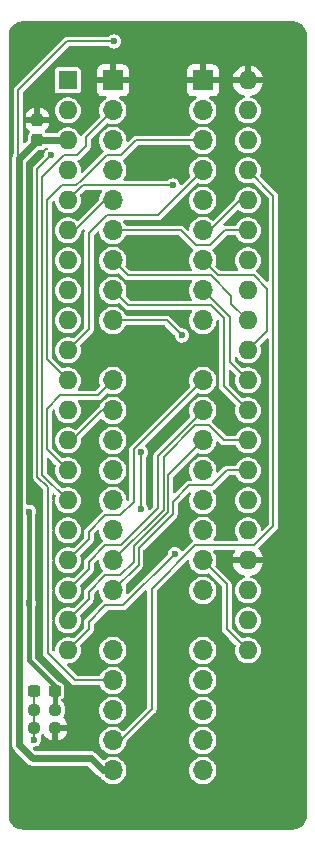
<source format=gbr>
G04 #@! TF.GenerationSoftware,KiCad,Pcbnew,8.0.4+dfsg-1*
G04 #@! TF.CreationDate,2025-02-28T19:43:57+09:00*
G04 #@! TF.ProjectId,bionic-f3850-dcdc,62696f6e-6963-42d6-9633-3835302d6463,7*
G04 #@! TF.SameCoordinates,Original*
G04 #@! TF.FileFunction,Copper,L2,Bot*
G04 #@! TF.FilePolarity,Positive*
%FSLAX46Y46*%
G04 Gerber Fmt 4.6, Leading zero omitted, Abs format (unit mm)*
G04 Created by KiCad (PCBNEW 8.0.4+dfsg-1) date 2025-02-28 19:43:57*
%MOMM*%
%LPD*%
G01*
G04 APERTURE LIST*
G04 Aperture macros list*
%AMRoundRect*
0 Rectangle with rounded corners*
0 $1 Rounding radius*
0 $2 $3 $4 $5 $6 $7 $8 $9 X,Y pos of 4 corners*
0 Add a 4 corners polygon primitive as box body*
4,1,4,$2,$3,$4,$5,$6,$7,$8,$9,$2,$3,0*
0 Add four circle primitives for the rounded corners*
1,1,$1+$1,$2,$3*
1,1,$1+$1,$4,$5*
1,1,$1+$1,$6,$7*
1,1,$1+$1,$8,$9*
0 Add four rect primitives between the rounded corners*
20,1,$1+$1,$2,$3,$4,$5,0*
20,1,$1+$1,$4,$5,$6,$7,0*
20,1,$1+$1,$6,$7,$8,$9,0*
20,1,$1+$1,$8,$9,$2,$3,0*%
G04 Aperture macros list end*
G04 #@! TA.AperFunction,ComponentPad*
%ADD10R,1.700000X1.700000*%
G04 #@! TD*
G04 #@! TA.AperFunction,ComponentPad*
%ADD11O,1.700000X1.700000*%
G04 #@! TD*
G04 #@! TA.AperFunction,ComponentPad*
%ADD12R,1.600000X1.600000*%
G04 #@! TD*
G04 #@! TA.AperFunction,ComponentPad*
%ADD13O,1.600000X1.600000*%
G04 #@! TD*
G04 #@! TA.AperFunction,SMDPad,CuDef*
%ADD14RoundRect,0.237500X-0.250000X-0.237500X0.250000X-0.237500X0.250000X0.237500X-0.250000X0.237500X0*%
G04 #@! TD*
G04 #@! TA.AperFunction,SMDPad,CuDef*
%ADD15RoundRect,0.237500X0.300000X0.237500X-0.300000X0.237500X-0.300000X-0.237500X0.300000X-0.237500X0*%
G04 #@! TD*
G04 #@! TA.AperFunction,SMDPad,CuDef*
%ADD16RoundRect,0.237500X0.237500X-0.300000X0.237500X0.300000X-0.237500X0.300000X-0.237500X-0.300000X0*%
G04 #@! TD*
G04 #@! TA.AperFunction,SMDPad,CuDef*
%ADD17RoundRect,0.237500X0.250000X0.237500X-0.250000X0.237500X-0.250000X-0.237500X0.250000X-0.237500X0*%
G04 #@! TD*
G04 #@! TA.AperFunction,ViaPad*
%ADD18C,0.600000*%
G04 #@! TD*
G04 #@! TA.AperFunction,Conductor*
%ADD19C,0.600000*%
G04 #@! TD*
G04 #@! TA.AperFunction,Conductor*
%ADD20C,0.200000*%
G04 #@! TD*
G04 #@! TA.AperFunction,Conductor*
%ADD21C,0.800000*%
G04 #@! TD*
G04 #@! TA.AperFunction,Conductor*
%ADD22C,0.400000*%
G04 #@! TD*
G04 APERTURE END LIST*
D10*
X109890000Y-75080000D03*
D11*
X109890000Y-77620000D03*
X109890000Y-80160000D03*
X109890000Y-82700000D03*
X109890000Y-85240000D03*
X109890000Y-87780000D03*
X109890000Y-90320000D03*
X109890000Y-92860000D03*
X109890000Y-95400000D03*
X109890000Y-100480000D03*
X109890000Y-103020000D03*
X109890000Y-105560000D03*
X109890000Y-108100000D03*
X109890000Y-110640000D03*
X109890000Y-113180000D03*
X109890000Y-115720000D03*
X109890000Y-118260000D03*
X109890000Y-123340000D03*
X109890000Y-125880000D03*
X109890000Y-128420000D03*
X109890000Y-130960000D03*
X109890000Y-133500000D03*
X117510000Y-133500000D03*
X117510000Y-130960000D03*
X117510000Y-128420000D03*
X117510000Y-125880000D03*
X117510000Y-123340000D03*
X117510000Y-118260000D03*
X117510000Y-115720000D03*
X117510000Y-113180000D03*
X117510000Y-110640000D03*
X117510000Y-108100000D03*
X117510000Y-105560000D03*
X117510000Y-103020000D03*
X117510000Y-100480000D03*
X117510000Y-95400000D03*
X117510000Y-92860000D03*
X117510000Y-90320000D03*
X117510000Y-87780000D03*
X117510000Y-85240000D03*
X117510000Y-82700000D03*
X117510000Y-80160000D03*
X117510000Y-77620000D03*
D10*
X117510000Y-75080000D03*
D12*
X106080000Y-75080000D03*
D13*
X106080000Y-77620000D03*
X106080000Y-80160000D03*
X106080000Y-82700000D03*
X106080000Y-85240000D03*
X106080000Y-87780000D03*
X106080000Y-90320000D03*
X106080000Y-92860000D03*
X106080000Y-95400000D03*
X106080000Y-97940000D03*
X106080000Y-100480000D03*
X106080000Y-103020000D03*
X106080000Y-105560000D03*
X106080000Y-108100000D03*
X106080000Y-110640000D03*
X106080000Y-113180000D03*
X106080000Y-115720000D03*
X106080000Y-118260000D03*
X106080000Y-120800000D03*
X106080000Y-123340000D03*
X121320000Y-123340000D03*
X121320000Y-120800000D03*
X121320000Y-118260000D03*
X121320000Y-115720000D03*
X121320000Y-113180000D03*
X121320000Y-110640000D03*
X121320000Y-108100000D03*
X121320000Y-105560000D03*
X121320000Y-103020000D03*
X121320000Y-100480000D03*
X121320000Y-97940000D03*
X121320000Y-95400000D03*
X121320000Y-92860000D03*
X121320000Y-90320000D03*
X121320000Y-87780000D03*
X121320000Y-85240000D03*
X121320000Y-82700000D03*
X121320000Y-80160000D03*
X121320000Y-77620000D03*
X121320000Y-75080000D03*
D14*
X103185200Y-129918600D03*
X105010200Y-129918600D03*
D15*
X104961300Y-126769000D03*
X103236300Y-126769000D03*
D16*
X103489200Y-80158900D03*
X103489200Y-78433900D03*
D17*
X105013800Y-128346000D03*
X103188800Y-128346000D03*
D18*
X108874000Y-98321000D03*
X109991600Y-71778000D03*
X105013200Y-96619200D03*
X108874000Y-89050000D03*
X103540000Y-72032000D03*
X103489200Y-76654800D03*
X124926800Y-100480000D03*
X121853400Y-133474600D03*
X102270000Y-133982600D03*
X102816000Y-83970000D03*
X114462000Y-123365400D03*
X106232400Y-133982600D03*
X113141200Y-89989800D03*
X103540000Y-81557000D03*
X113700000Y-132230000D03*
X114970000Y-119403000D03*
X112988800Y-98956000D03*
X103702000Y-113129200D03*
X102816000Y-111579800D03*
X102778000Y-119326800D03*
X103235200Y-130883800D03*
X114970000Y-83970000D03*
X115732000Y-96670000D03*
X112277600Y-106576000D03*
X112277600Y-111402000D03*
X115147800Y-115161200D03*
X104683000Y-81430000D03*
D19*
X101965200Y-81682900D02*
X101965200Y-131341000D01*
D20*
X101889000Y-75918200D02*
X106029200Y-71778000D01*
D19*
X102016000Y-81632100D02*
X101965200Y-81682900D01*
D20*
X103693500Y-80160000D02*
X103540000Y-80006500D01*
D19*
X103489200Y-80158900D02*
X102016000Y-81632100D01*
D21*
X103490300Y-80160000D02*
X103489200Y-80158900D01*
D20*
X106029200Y-71778000D02*
X109991600Y-71778000D01*
D19*
X108035800Y-132484000D02*
X109051800Y-133500000D01*
D20*
X101889000Y-81505100D02*
X101889000Y-75918200D01*
X102016000Y-81632100D02*
X101889000Y-81505100D01*
D19*
X106080000Y-80160000D02*
X103490300Y-80160000D01*
X101965200Y-131341000D02*
X103108200Y-132484000D01*
X103108200Y-132484000D02*
X108035800Y-132484000D01*
X109051800Y-133500000D02*
X109890000Y-133500000D01*
D20*
X116875000Y-114450000D02*
X121869450Y-114450000D01*
X121869450Y-114450000D02*
X123479000Y-112840450D01*
X109890000Y-130960000D02*
X110550400Y-130960000D01*
X113192000Y-128318400D02*
X113192000Y-118133000D01*
X123479000Y-112840450D02*
X123479000Y-84859000D01*
X110550400Y-130960000D02*
X113192000Y-128318400D01*
X123479000Y-84859000D02*
X121320000Y-82700000D01*
X113192000Y-118133000D02*
X116875000Y-114450000D01*
X121320000Y-100480000D02*
X119796000Y-98956000D01*
X119796000Y-95146000D02*
X117510000Y-92860000D01*
X119796000Y-98956000D02*
X119796000Y-95146000D01*
D22*
X102778000Y-119326800D02*
X102778000Y-124127400D01*
X105013800Y-126363200D02*
X105013800Y-128346000D01*
X102816000Y-111579800D02*
X102816000Y-119288800D01*
X102778000Y-124127400D02*
X105013800Y-126363200D01*
X102816000Y-119288800D02*
X102778000Y-119326800D01*
D20*
X119542000Y-117752000D02*
X119542000Y-121562000D01*
X119542000Y-121562000D02*
X121320000Y-123340000D01*
X117510000Y-115720000D02*
X119542000Y-117752000D01*
X103236300Y-130882700D02*
X103236300Y-126769000D01*
X103235200Y-130883800D02*
X103236300Y-130882700D01*
X117510000Y-87780000D02*
X118145000Y-87780000D01*
X118145000Y-87780000D02*
X120685000Y-85240000D01*
X120685000Y-85240000D02*
X121320000Y-85240000D01*
X106950000Y-84370000D02*
X106080000Y-85240000D01*
X107374336Y-83970000D02*
X106974336Y-84370000D01*
X114970000Y-83970000D02*
X107374336Y-83970000D01*
X106974336Y-84370000D02*
X106950000Y-84370000D01*
X113700000Y-86510000D02*
X109382000Y-86510000D01*
X109382000Y-86510000D02*
X107858000Y-88034000D01*
X107858000Y-88034000D02*
X107858000Y-96162000D01*
X117510000Y-82700000D02*
X113700000Y-86510000D01*
X107858000Y-96162000D02*
X106080000Y-97940000D01*
X104302000Y-85218100D02*
X104302000Y-98702000D01*
X117510000Y-80160000D02*
X111871200Y-80160000D01*
X105550100Y-83970000D02*
X104302000Y-85218100D01*
X111871200Y-80160000D02*
X110601200Y-81430000D01*
X107208650Y-83570000D02*
X106808650Y-83970000D01*
X106808650Y-83970000D02*
X105550100Y-83970000D01*
X109365325Y-81430000D02*
X107225325Y-83570000D01*
X110601200Y-81430000D02*
X109365325Y-81430000D01*
X104302000Y-98702000D02*
X106080000Y-100480000D01*
X107225325Y-83570000D02*
X107208650Y-83570000D01*
X114462000Y-95400000D02*
X109890000Y-95400000D01*
X115732000Y-96670000D02*
X114462000Y-95400000D01*
X119313400Y-105560000D02*
X121320000Y-105560000D01*
X109890000Y-115720000D02*
X114193300Y-111416700D01*
X116840343Y-104290000D02*
X118043400Y-104290000D01*
X114193300Y-111416700D02*
X114193300Y-106937043D01*
X118043400Y-104290000D02*
X119313400Y-105560000D01*
X114193300Y-106937043D02*
X116840343Y-104290000D01*
X111210800Y-94130000D02*
X109940800Y-92860000D01*
X109940800Y-92860000D02*
X109890000Y-92860000D01*
X119288000Y-100988000D02*
X119288000Y-95232900D01*
X118185100Y-94130000D02*
X111210800Y-94130000D01*
X119288000Y-95232900D02*
X118185100Y-94130000D01*
X121320000Y-103020000D02*
X119288000Y-100988000D01*
X118208500Y-91590000D02*
X119923000Y-93304500D01*
X109890000Y-90320000D02*
X111160000Y-91590000D01*
X119923000Y-94003000D02*
X121320000Y-95400000D01*
X119923000Y-93304500D02*
X119923000Y-94003000D01*
X111160000Y-91590000D02*
X118208500Y-91590000D01*
X109255000Y-111910000D02*
X107858000Y-113307000D01*
X117510000Y-100480000D02*
X111668000Y-106322000D01*
X107858000Y-113307000D02*
X107858000Y-113942000D01*
X107858000Y-113942000D02*
X106080000Y-115720000D01*
X110525000Y-111910000D02*
X109255000Y-111910000D01*
X111668000Y-110767000D02*
X110525000Y-111910000D01*
X111668000Y-106322000D02*
X111668000Y-110767000D01*
X118094200Y-89050000D02*
X119364200Y-87780000D01*
X109890000Y-87780000D02*
X115630400Y-87780000D01*
X116900400Y-89050000D02*
X118094200Y-89050000D01*
X115630400Y-87780000D02*
X116900400Y-89050000D01*
X119364200Y-87780000D02*
X121320000Y-87780000D01*
X107858000Y-116482000D02*
X107858000Y-115847000D01*
X113725400Y-111318914D02*
X113725400Y-106839257D01*
X107858000Y-115847000D02*
X109255000Y-114450000D01*
X117510000Y-103054657D02*
X117510000Y-103020000D01*
X110594314Y-114450000D02*
X113725400Y-111318914D01*
X106080000Y-118260000D02*
X107858000Y-116482000D01*
X109255000Y-114450000D02*
X110594314Y-114450000D01*
X113725400Y-106839257D02*
X117510000Y-103054657D01*
X106715000Y-87780000D02*
X106080000Y-87780000D01*
X109890000Y-85240000D02*
X109255000Y-85240000D01*
X109255000Y-85240000D02*
X106715000Y-87780000D01*
X114593300Y-111582386D02*
X114593300Y-108476700D01*
X111668000Y-114507686D02*
X114593300Y-111582386D01*
X106080000Y-120800000D02*
X107858000Y-119022000D01*
X110525000Y-116990000D02*
X111668000Y-115847000D01*
X107858000Y-119022000D02*
X107858000Y-118387000D01*
X114593300Y-108476700D02*
X117510000Y-105560000D01*
X111668000Y-115847000D02*
X111668000Y-114507686D01*
X109255000Y-116990000D02*
X110525000Y-116990000D01*
X107858000Y-118387000D02*
X109255000Y-116990000D01*
X105724400Y-81430000D02*
X103902000Y-83252400D01*
X109890000Y-77620000D02*
X107604000Y-79906000D01*
X106842000Y-81430000D02*
X105724400Y-81430000D01*
X107604000Y-79906000D02*
X107604000Y-80668000D01*
X107604000Y-80668000D02*
X106842000Y-81430000D01*
X103902000Y-83252400D02*
X103902000Y-108462000D01*
X103902000Y-108462000D02*
X106080000Y-110640000D01*
X106461000Y-105560000D02*
X109001000Y-103020000D01*
X109001000Y-103020000D02*
X109890000Y-103020000D01*
X106080000Y-105560000D02*
X106461000Y-105560000D01*
X109890000Y-100480000D02*
X108620000Y-101750000D01*
X104302000Y-102893000D02*
X104302000Y-106322000D01*
X108620000Y-101750000D02*
X105445000Y-101750000D01*
X105445000Y-101750000D02*
X104302000Y-102893000D01*
X104302000Y-106322000D02*
X106080000Y-108100000D01*
X112068000Y-114685000D02*
X112068000Y-116082000D01*
X118272000Y-109370000D02*
X116367000Y-109370000D01*
X116367000Y-109370000D02*
X114993300Y-110743700D01*
X119542000Y-108100000D02*
X118272000Y-109370000D01*
X114993300Y-110743700D02*
X114993300Y-111759700D01*
X114993300Y-111759700D02*
X112068000Y-114685000D01*
X121320000Y-108100000D02*
X119542000Y-108100000D01*
X112068000Y-116082000D02*
X109890000Y-118260000D01*
X121828000Y-91590000D02*
X122971000Y-92733000D01*
X117510000Y-90320000D02*
X118780000Y-91590000D01*
X122971000Y-92733000D02*
X122971000Y-96289000D01*
X122971000Y-96289000D02*
X121320000Y-97940000D01*
X118780000Y-91590000D02*
X121828000Y-91590000D01*
X112277600Y-111402000D02*
X112277600Y-106576000D01*
X107858000Y-120927000D02*
X107858000Y-121562000D01*
X110779000Y-119530000D02*
X109255000Y-119530000D01*
X109255000Y-119530000D02*
X107858000Y-120927000D01*
X107858000Y-121562000D02*
X106080000Y-123340000D01*
X115147800Y-115161200D02*
X110779000Y-119530000D01*
X104378200Y-123543200D02*
X106715000Y-125880000D01*
X106715000Y-125880000D02*
X109890000Y-125880000D01*
X103502000Y-82611000D02*
X103502000Y-108627686D01*
X104378200Y-109503886D02*
X104378200Y-123543200D01*
X104683000Y-81430000D02*
X103502000Y-82611000D01*
X103502000Y-108627686D02*
X104378200Y-109503886D01*
G04 #@! TA.AperFunction,Conductor*
G36*
X108964290Y-84389407D02*
G01*
X109000254Y-84438907D01*
X109000254Y-84500093D01*
X108985104Y-84529159D01*
X108961183Y-84560835D01*
X108907635Y-84631743D01*
X108907630Y-84631752D01*
X108812596Y-84822608D01*
X108754244Y-85027688D01*
X108742563Y-85153747D01*
X108718366Y-85209945D01*
X108713989Y-85214616D01*
X106961733Y-86966872D01*
X106907216Y-86994649D01*
X106846784Y-86985078D01*
X106825035Y-86970031D01*
X106746041Y-86898019D01*
X106572637Y-86790652D01*
X106382456Y-86716976D01*
X106382455Y-86716975D01*
X106382453Y-86716975D01*
X106181976Y-86679500D01*
X105978024Y-86679500D01*
X105777546Y-86716975D01*
X105707632Y-86744059D01*
X105587363Y-86790652D01*
X105437881Y-86883207D01*
X105413959Y-86898019D01*
X105263237Y-87035420D01*
X105140328Y-87198177D01*
X105140323Y-87198186D01*
X105050040Y-87379500D01*
X105049418Y-87380750D01*
X104993603Y-87576917D01*
X104974785Y-87780000D01*
X104993603Y-87983083D01*
X105049418Y-88179250D01*
X105140327Y-88361821D01*
X105263236Y-88524579D01*
X105413959Y-88661981D01*
X105587363Y-88769348D01*
X105777544Y-88843024D01*
X105978024Y-88880500D01*
X106181976Y-88880500D01*
X106382456Y-88843024D01*
X106572637Y-88769348D01*
X106746041Y-88661981D01*
X106896764Y-88524579D01*
X107019673Y-88361821D01*
X107110582Y-88179250D01*
X107166397Y-87983083D01*
X107172094Y-87921591D01*
X107196288Y-87865397D01*
X107200652Y-87860739D01*
X107366714Y-87694677D01*
X107421229Y-87666902D01*
X107481661Y-87676473D01*
X107524926Y-87719738D01*
X107534497Y-87780170D01*
X107522453Y-87814183D01*
X107484793Y-87879412D01*
X107457500Y-87981273D01*
X107457500Y-95955099D01*
X107438593Y-96013290D01*
X107428504Y-96025103D01*
X106568026Y-96885580D01*
X106513509Y-96913357D01*
X106462260Y-96907891D01*
X106382456Y-96876976D01*
X106181976Y-96839500D01*
X105978024Y-96839500D01*
X105777546Y-96876975D01*
X105755334Y-96885580D01*
X105587363Y-96950652D01*
X105413959Y-97058019D01*
X105263237Y-97195420D01*
X105140328Y-97358177D01*
X105140323Y-97358186D01*
X105077173Y-97485010D01*
X105049418Y-97540750D01*
X104993603Y-97736917D01*
X104974785Y-97940000D01*
X104993603Y-98143083D01*
X105049418Y-98339250D01*
X105140327Y-98521821D01*
X105263236Y-98684579D01*
X105413959Y-98821981D01*
X105587363Y-98929348D01*
X105777544Y-99003024D01*
X105978024Y-99040500D01*
X106181976Y-99040500D01*
X106382456Y-99003024D01*
X106572637Y-98929348D01*
X106746041Y-98821981D01*
X106896764Y-98684579D01*
X107019673Y-98521821D01*
X107110582Y-98339250D01*
X107166397Y-98143083D01*
X107185215Y-97940000D01*
X107166397Y-97736917D01*
X107112118Y-97546148D01*
X107114379Y-97485010D01*
X107137333Y-97449058D01*
X108103910Y-96482481D01*
X108103913Y-96482480D01*
X108178480Y-96407913D01*
X108231207Y-96316587D01*
X108240480Y-96281981D01*
X108258501Y-96214727D01*
X108258501Y-96109273D01*
X108258501Y-96103211D01*
X108258500Y-96103193D01*
X108258500Y-95400000D01*
X108734571Y-95400000D01*
X108754244Y-95612310D01*
X108812595Y-95817389D01*
X108907634Y-96008255D01*
X109036128Y-96178407D01*
X109036135Y-96178413D01*
X109193692Y-96322047D01*
X109193699Y-96322053D01*
X109266548Y-96367159D01*
X109374981Y-96434298D01*
X109573802Y-96511321D01*
X109783390Y-96550500D01*
X109996610Y-96550500D01*
X110206198Y-96511321D01*
X110405019Y-96434298D01*
X110586302Y-96322052D01*
X110743872Y-96178407D01*
X110872366Y-96008255D01*
X110948492Y-95855372D01*
X110991354Y-95811710D01*
X111037113Y-95800500D01*
X114255099Y-95800500D01*
X114313290Y-95819407D01*
X114325103Y-95829496D01*
X115097322Y-96601715D01*
X115125099Y-96656232D01*
X115125981Y-96667445D01*
X115146955Y-96826758D01*
X115146957Y-96826766D01*
X115207462Y-96972838D01*
X115207462Y-96972839D01*
X115272823Y-97058019D01*
X115303718Y-97098282D01*
X115429159Y-97194536D01*
X115429160Y-97194536D01*
X115429161Y-97194537D01*
X115575233Y-97255042D01*
X115575238Y-97255044D01*
X115692809Y-97270522D01*
X115731999Y-97275682D01*
X115732000Y-97275682D01*
X115732001Y-97275682D01*
X115763352Y-97271554D01*
X115888762Y-97255044D01*
X116034841Y-97194536D01*
X116160282Y-97098282D01*
X116256536Y-96972841D01*
X116317044Y-96826762D01*
X116337682Y-96670000D01*
X116335869Y-96656232D01*
X116328692Y-96601715D01*
X116317044Y-96513238D01*
X116256537Y-96367161D01*
X116256537Y-96367160D01*
X116214648Y-96312569D01*
X116160282Y-96241718D01*
X116160277Y-96241714D01*
X116160276Y-96241713D01*
X116034838Y-96145462D01*
X115888766Y-96084957D01*
X115888758Y-96084955D01*
X115725567Y-96063471D01*
X115725794Y-96061743D01*
X115675528Y-96045411D01*
X115663715Y-96035322D01*
X115231475Y-95603082D01*
X114707913Y-95079520D01*
X114707910Y-95079518D01*
X114707909Y-95079517D01*
X114707908Y-95079516D01*
X114616591Y-95026794D01*
X114616593Y-95026794D01*
X114577070Y-95016204D01*
X114514727Y-94999500D01*
X114514725Y-94999500D01*
X111037113Y-94999500D01*
X110978922Y-94980593D01*
X110948492Y-94944628D01*
X110872369Y-94791752D01*
X110872366Y-94791745D01*
X110743872Y-94621593D01*
X110664688Y-94549407D01*
X110586307Y-94477952D01*
X110586300Y-94477946D01*
X110405024Y-94365705D01*
X110405019Y-94365702D01*
X110206195Y-94288678D01*
X109996610Y-94249500D01*
X109783390Y-94249500D01*
X109573804Y-94288678D01*
X109374980Y-94365702D01*
X109374975Y-94365705D01*
X109193699Y-94477946D01*
X109193692Y-94477952D01*
X109036135Y-94621586D01*
X109036131Y-94621589D01*
X109036128Y-94621593D01*
X109036125Y-94621597D01*
X108907635Y-94791743D01*
X108907630Y-94791752D01*
X108812596Y-94982608D01*
X108754244Y-95187688D01*
X108754244Y-95187690D01*
X108734571Y-95400000D01*
X108258500Y-95400000D01*
X108258500Y-88240899D01*
X108277407Y-88182708D01*
X108287490Y-88170902D01*
X108580685Y-87877706D01*
X108635200Y-87849930D01*
X108695632Y-87859501D01*
X108738897Y-87902766D01*
X108749264Y-87938575D01*
X108754244Y-87992310D01*
X108812595Y-88197389D01*
X108907634Y-88388255D01*
X109036128Y-88558407D01*
X109036135Y-88558413D01*
X109193692Y-88702047D01*
X109193699Y-88702053D01*
X109297389Y-88766255D01*
X109374981Y-88814298D01*
X109573802Y-88891321D01*
X109783390Y-88930500D01*
X109996610Y-88930500D01*
X110206198Y-88891321D01*
X110405019Y-88814298D01*
X110586302Y-88702052D01*
X110743872Y-88558407D01*
X110872366Y-88388255D01*
X110948492Y-88235372D01*
X110991354Y-88191710D01*
X111037113Y-88180500D01*
X115423499Y-88180500D01*
X115481690Y-88199407D01*
X115493503Y-88209496D01*
X116654487Y-89370480D01*
X116654489Y-89370481D01*
X116654490Y-89370482D01*
X116659636Y-89374431D01*
X116658611Y-89375765D01*
X116694107Y-89415187D01*
X116700503Y-89476037D01*
X116670364Y-89528614D01*
X116656130Y-89541590D01*
X116656129Y-89541591D01*
X116527635Y-89711743D01*
X116527630Y-89711752D01*
X116432596Y-89902608D01*
X116374244Y-90107688D01*
X116374244Y-90107690D01*
X116354571Y-90320000D01*
X116374244Y-90532310D01*
X116427434Y-90719252D01*
X116432596Y-90737391D01*
X116527630Y-90928247D01*
X116527635Y-90928256D01*
X116605103Y-91030839D01*
X116625082Y-91088670D01*
X116607253Y-91147201D01*
X116558427Y-91184073D01*
X116526099Y-91189500D01*
X111366901Y-91189500D01*
X111308710Y-91170593D01*
X111296897Y-91160504D01*
X110986650Y-90850257D01*
X110958873Y-90795740D01*
X110967111Y-90742182D01*
X110965752Y-90741656D01*
X110967400Y-90737398D01*
X110967405Y-90737389D01*
X111025756Y-90532310D01*
X111045429Y-90320000D01*
X111025756Y-90107690D01*
X110967405Y-89902611D01*
X110872366Y-89711745D01*
X110743872Y-89541593D01*
X110660184Y-89465301D01*
X110586307Y-89397952D01*
X110586300Y-89397946D01*
X110405024Y-89285705D01*
X110405019Y-89285702D01*
X110206195Y-89208678D01*
X109996610Y-89169500D01*
X109783390Y-89169500D01*
X109573804Y-89208678D01*
X109374980Y-89285702D01*
X109374975Y-89285705D01*
X109193699Y-89397946D01*
X109193692Y-89397952D01*
X109036135Y-89541586D01*
X109036131Y-89541589D01*
X109036128Y-89541593D01*
X109036125Y-89541597D01*
X108907635Y-89711743D01*
X108907630Y-89711752D01*
X108812596Y-89902608D01*
X108754244Y-90107688D01*
X108754244Y-90107690D01*
X108734571Y-90320000D01*
X108754244Y-90532310D01*
X108812595Y-90737389D01*
X108907634Y-90928255D01*
X109036128Y-91098407D01*
X109104245Y-91160504D01*
X109193692Y-91242047D01*
X109193699Y-91242053D01*
X109238060Y-91269520D01*
X109374981Y-91354298D01*
X109573802Y-91431321D01*
X109783390Y-91470500D01*
X109996610Y-91470500D01*
X110206198Y-91431321D01*
X110310908Y-91390755D01*
X110371998Y-91387366D01*
X110416674Y-91413067D01*
X110914087Y-91910480D01*
X110914089Y-91910481D01*
X110914090Y-91910482D01*
X110914091Y-91910483D01*
X111005408Y-91963205D01*
X111005406Y-91963205D01*
X111005410Y-91963206D01*
X111005412Y-91963207D01*
X111107273Y-91990500D01*
X116526099Y-91990500D01*
X116584290Y-92009407D01*
X116620254Y-92058907D01*
X116620254Y-92120093D01*
X116605103Y-92149161D01*
X116527635Y-92251743D01*
X116527630Y-92251752D01*
X116432596Y-92442608D01*
X116374244Y-92647688D01*
X116354571Y-92860000D01*
X116374244Y-93072311D01*
X116374246Y-93072317D01*
X116432595Y-93277389D01*
X116527634Y-93468255D01*
X116602799Y-93567789D01*
X116605103Y-93570839D01*
X116625082Y-93628670D01*
X116607253Y-93687201D01*
X116558427Y-93724073D01*
X116526099Y-93729500D01*
X111417701Y-93729500D01*
X111359510Y-93710593D01*
X111347697Y-93700504D01*
X110999057Y-93351864D01*
X110971280Y-93297347D01*
X110973840Y-93254770D01*
X111025756Y-93072310D01*
X111045429Y-92860000D01*
X111025756Y-92647690D01*
X110967405Y-92442611D01*
X110872366Y-92251745D01*
X110743872Y-92081593D01*
X110664688Y-92009407D01*
X110586307Y-91937952D01*
X110586300Y-91937946D01*
X110405024Y-91825705D01*
X110405019Y-91825702D01*
X110206195Y-91748678D01*
X109996610Y-91709500D01*
X109783390Y-91709500D01*
X109573804Y-91748678D01*
X109374980Y-91825702D01*
X109374975Y-91825705D01*
X109193699Y-91937946D01*
X109193692Y-91937952D01*
X109036135Y-92081586D01*
X109036131Y-92081589D01*
X109036128Y-92081593D01*
X109036125Y-92081597D01*
X108907635Y-92251743D01*
X108907630Y-92251752D01*
X108812596Y-92442608D01*
X108754244Y-92647688D01*
X108734571Y-92860000D01*
X108754244Y-93072311D01*
X108754246Y-93072317D01*
X108812595Y-93277389D01*
X108907634Y-93468255D01*
X109036128Y-93638407D01*
X109036135Y-93638413D01*
X109193692Y-93782047D01*
X109193699Y-93782053D01*
X109241397Y-93811586D01*
X109374981Y-93894298D01*
X109573802Y-93971321D01*
X109783390Y-94010500D01*
X109996610Y-94010500D01*
X110206198Y-93971321D01*
X110347525Y-93916570D01*
X110408613Y-93913181D01*
X110453289Y-93938882D01*
X110964887Y-94450480D01*
X110964889Y-94450481D01*
X110964890Y-94450482D01*
X110964891Y-94450483D01*
X111056208Y-94503205D01*
X111056206Y-94503205D01*
X111056210Y-94503206D01*
X111056212Y-94503207D01*
X111158073Y-94530500D01*
X116526099Y-94530500D01*
X116584290Y-94549407D01*
X116620254Y-94598907D01*
X116620254Y-94660093D01*
X116605103Y-94689161D01*
X116527635Y-94791743D01*
X116527630Y-94791752D01*
X116432596Y-94982608D01*
X116374244Y-95187688D01*
X116374244Y-95187690D01*
X116354571Y-95400000D01*
X116374244Y-95612310D01*
X116432595Y-95817389D01*
X116527634Y-96008255D01*
X116656128Y-96178407D01*
X116656135Y-96178413D01*
X116813692Y-96322047D01*
X116813699Y-96322053D01*
X116886548Y-96367159D01*
X116994981Y-96434298D01*
X117193802Y-96511321D01*
X117403390Y-96550500D01*
X117616610Y-96550500D01*
X117826198Y-96511321D01*
X118025019Y-96434298D01*
X118206302Y-96322052D01*
X118363872Y-96178407D01*
X118492366Y-96008255D01*
X118587405Y-95817389D01*
X118645756Y-95612310D01*
X118664905Y-95405648D01*
X118689101Y-95349452D01*
X118741708Y-95318208D01*
X118802633Y-95323854D01*
X118833487Y-95344780D01*
X118858504Y-95369797D01*
X118886281Y-95424314D01*
X118887500Y-95439801D01*
X118887500Y-100935273D01*
X118887500Y-101040727D01*
X118900233Y-101088247D01*
X118914794Y-101142592D01*
X118967516Y-101233908D01*
X118967517Y-101233909D01*
X118967518Y-101233910D01*
X118967520Y-101233913D01*
X119642285Y-101908678D01*
X120262663Y-102529056D01*
X120290440Y-102583573D01*
X120287880Y-102626152D01*
X120233603Y-102816915D01*
X120218438Y-102980580D01*
X120214785Y-103020000D01*
X120233603Y-103223083D01*
X120289418Y-103419250D01*
X120380327Y-103601821D01*
X120503236Y-103764579D01*
X120653959Y-103901981D01*
X120827363Y-104009348D01*
X121017544Y-104083024D01*
X121218024Y-104120500D01*
X121421976Y-104120500D01*
X121622456Y-104083024D01*
X121812637Y-104009348D01*
X121986041Y-103901981D01*
X122136764Y-103764579D01*
X122259673Y-103601821D01*
X122350582Y-103419250D01*
X122406397Y-103223083D01*
X122425215Y-103020000D01*
X122406397Y-102816917D01*
X122350582Y-102620750D01*
X122259673Y-102438179D01*
X122136764Y-102275421D01*
X121986041Y-102138019D01*
X121812637Y-102030652D01*
X121622456Y-101956976D01*
X121622455Y-101956975D01*
X121622453Y-101956975D01*
X121421976Y-101919500D01*
X121218024Y-101919500D01*
X121017552Y-101956974D01*
X121017546Y-101956975D01*
X121017544Y-101956976D01*
X120951296Y-101982639D01*
X120937738Y-101987892D01*
X120876647Y-101991281D01*
X120831973Y-101965580D01*
X119717496Y-100851103D01*
X119689719Y-100796586D01*
X119688500Y-100781099D01*
X119688500Y-99653901D01*
X119707407Y-99595710D01*
X119756907Y-99559746D01*
X119818093Y-99559746D01*
X119857504Y-99583897D01*
X120262663Y-99989056D01*
X120290440Y-100043573D01*
X120287880Y-100086152D01*
X120233603Y-100276915D01*
X120233603Y-100276917D01*
X120214785Y-100480000D01*
X120233603Y-100683083D01*
X120281409Y-100851103D01*
X120289419Y-100879252D01*
X120369823Y-101040727D01*
X120380327Y-101061821D01*
X120503236Y-101224579D01*
X120653959Y-101361981D01*
X120827363Y-101469348D01*
X121017544Y-101543024D01*
X121218024Y-101580500D01*
X121421976Y-101580500D01*
X121622456Y-101543024D01*
X121812637Y-101469348D01*
X121986041Y-101361981D01*
X122136764Y-101224579D01*
X122259673Y-101061821D01*
X122350582Y-100879250D01*
X122406397Y-100683083D01*
X122425215Y-100480000D01*
X122406397Y-100276917D01*
X122350582Y-100080750D01*
X122259673Y-99898179D01*
X122136764Y-99735421D01*
X121986041Y-99598019D01*
X121812637Y-99490652D01*
X121622456Y-99416976D01*
X121622455Y-99416975D01*
X121622453Y-99416975D01*
X121421976Y-99379500D01*
X121218024Y-99379500D01*
X121017552Y-99416974D01*
X121017546Y-99416975D01*
X121017544Y-99416976D01*
X120963542Y-99437896D01*
X120937738Y-99447892D01*
X120876647Y-99451281D01*
X120831973Y-99425580D01*
X120225496Y-98819103D01*
X120197719Y-98764586D01*
X120196500Y-98749099D01*
X120196500Y-98572878D01*
X120215407Y-98514687D01*
X120264907Y-98478723D01*
X120326093Y-98478723D01*
X120375593Y-98514687D01*
X120379676Y-98520768D01*
X120380321Y-98521809D01*
X120380327Y-98521821D01*
X120503236Y-98684579D01*
X120653959Y-98821981D01*
X120827363Y-98929348D01*
X121017544Y-99003024D01*
X121218024Y-99040500D01*
X121421976Y-99040500D01*
X121622456Y-99003024D01*
X121812637Y-98929348D01*
X121986041Y-98821981D01*
X122136764Y-98684579D01*
X122259673Y-98521821D01*
X122350582Y-98339250D01*
X122406397Y-98143083D01*
X122425215Y-97940000D01*
X122406397Y-97736917D01*
X122352118Y-97546148D01*
X122354379Y-97485010D01*
X122377333Y-97449058D01*
X122909496Y-96916896D01*
X122964013Y-96889119D01*
X123024445Y-96898690D01*
X123067710Y-96941955D01*
X123078500Y-96986900D01*
X123078500Y-112633548D01*
X123059593Y-112691739D01*
X123049503Y-112703552D01*
X122586874Y-113166180D01*
X122532358Y-113193957D01*
X122471926Y-113184386D01*
X122428661Y-113141121D01*
X122418294Y-113105315D01*
X122406397Y-112976917D01*
X122350582Y-112780750D01*
X122259673Y-112598179D01*
X122136764Y-112435421D01*
X121986041Y-112298019D01*
X121812637Y-112190652D01*
X121622456Y-112116976D01*
X121622455Y-112116975D01*
X121622453Y-112116975D01*
X121421976Y-112079500D01*
X121218024Y-112079500D01*
X121017546Y-112116975D01*
X120947632Y-112144059D01*
X120827363Y-112190652D01*
X120718676Y-112257948D01*
X120653959Y-112298019D01*
X120503237Y-112435420D01*
X120380328Y-112598177D01*
X120380323Y-112598186D01*
X120298450Y-112762611D01*
X120289418Y-112780750D01*
X120233603Y-112976917D01*
X120214785Y-113180000D01*
X120233603Y-113383083D01*
X120289418Y-113579250D01*
X120380327Y-113761821D01*
X120477759Y-113890842D01*
X120497737Y-113948670D01*
X120479908Y-114007201D01*
X120431082Y-114044073D01*
X120398754Y-114049500D01*
X118493901Y-114049500D01*
X118435710Y-114030593D01*
X118399746Y-113981093D01*
X118399746Y-113919907D01*
X118414897Y-113890839D01*
X118416083Y-113889269D01*
X118492366Y-113788255D01*
X118587405Y-113597389D01*
X118645756Y-113392310D01*
X118665429Y-113180000D01*
X118645756Y-112967690D01*
X118587405Y-112762611D01*
X118492366Y-112571745D01*
X118363872Y-112401593D01*
X118301159Y-112344422D01*
X118206307Y-112257952D01*
X118206300Y-112257946D01*
X118025024Y-112145705D01*
X118025019Y-112145702D01*
X117826195Y-112068678D01*
X117616610Y-112029500D01*
X117403390Y-112029500D01*
X117193804Y-112068678D01*
X116994980Y-112145702D01*
X116994975Y-112145705D01*
X116813699Y-112257946D01*
X116813692Y-112257952D01*
X116656135Y-112401586D01*
X116656131Y-112401589D01*
X116656128Y-112401593D01*
X116656125Y-112401597D01*
X116527635Y-112571743D01*
X116527630Y-112571752D01*
X116432596Y-112762608D01*
X116374244Y-112967688D01*
X116361492Y-113105310D01*
X116354571Y-113180000D01*
X116374244Y-113392310D01*
X116432595Y-113597389D01*
X116527634Y-113788255D01*
X116656128Y-113958407D01*
X116660517Y-113962408D01*
X116690780Y-114015584D01*
X116684008Y-114076394D01*
X116643320Y-114121302D01*
X116629087Y-114129519D01*
X116554519Y-114204086D01*
X116554520Y-114204087D01*
X116554518Y-114204089D01*
X116554517Y-114204089D01*
X115843856Y-114914748D01*
X115789340Y-114942525D01*
X115728908Y-114932954D01*
X115685643Y-114889689D01*
X115682393Y-114882640D01*
X115672336Y-114858359D01*
X115576082Y-114732918D01*
X115576077Y-114732914D01*
X115576076Y-114732913D01*
X115450638Y-114636662D01*
X115304566Y-114576157D01*
X115304558Y-114576155D01*
X115147801Y-114555518D01*
X115147799Y-114555518D01*
X114991041Y-114576155D01*
X114991033Y-114576157D01*
X114844961Y-114636662D01*
X114844960Y-114636662D01*
X114719523Y-114732913D01*
X114719513Y-114732923D01*
X114623262Y-114858360D01*
X114623262Y-114858361D01*
X114562757Y-115004433D01*
X114562755Y-115004441D01*
X114541271Y-115167633D01*
X114539542Y-115167405D01*
X114523211Y-115217671D01*
X114513122Y-115229484D01*
X111194661Y-118547944D01*
X111140144Y-118575721D01*
X111079712Y-118566150D01*
X111036447Y-118522885D01*
X111026080Y-118468811D01*
X111045429Y-118260000D01*
X111025756Y-118047690D01*
X110967405Y-117842611D01*
X110967401Y-117842604D01*
X110965752Y-117838344D01*
X110967132Y-117837809D01*
X110959019Y-117783364D01*
X110986648Y-117729743D01*
X112388480Y-116327913D01*
X112403544Y-116301822D01*
X112441205Y-116236592D01*
X112441205Y-116236590D01*
X112441207Y-116236588D01*
X112468500Y-116134727D01*
X112468500Y-116029273D01*
X112468500Y-114891900D01*
X112487407Y-114833709D01*
X112497490Y-114821902D01*
X115313780Y-112005613D01*
X115366507Y-111914288D01*
X115393800Y-111812427D01*
X115393800Y-111706973D01*
X115393800Y-110950601D01*
X115412707Y-110892410D01*
X115422796Y-110880597D01*
X115875705Y-110427688D01*
X116352377Y-109951015D01*
X116406892Y-109923240D01*
X116467324Y-109932811D01*
X116510589Y-109976076D01*
X116520160Y-110036508D01*
X116511001Y-110065148D01*
X116432595Y-110222611D01*
X116374244Y-110427688D01*
X116354571Y-110640000D01*
X116374244Y-110852311D01*
X116386158Y-110894182D01*
X116432595Y-111057389D01*
X116527634Y-111248255D01*
X116656128Y-111418407D01*
X116693073Y-111452087D01*
X116813692Y-111562047D01*
X116813699Y-111562053D01*
X116858057Y-111589518D01*
X116994981Y-111674298D01*
X117193802Y-111751321D01*
X117403390Y-111790500D01*
X117616610Y-111790500D01*
X117826198Y-111751321D01*
X118025019Y-111674298D01*
X118206302Y-111562052D01*
X118363872Y-111418407D01*
X118492366Y-111248255D01*
X118587405Y-111057389D01*
X118645756Y-110852310D01*
X118665429Y-110640000D01*
X120214785Y-110640000D01*
X120233603Y-110843083D01*
X120289418Y-111039250D01*
X120380327Y-111221821D01*
X120503236Y-111384579D01*
X120653959Y-111521981D01*
X120827363Y-111629348D01*
X121017544Y-111703024D01*
X121218024Y-111740500D01*
X121421976Y-111740500D01*
X121622456Y-111703024D01*
X121812637Y-111629348D01*
X121986041Y-111521981D01*
X122136764Y-111384579D01*
X122259673Y-111221821D01*
X122350582Y-111039250D01*
X122406397Y-110843083D01*
X122425215Y-110640000D01*
X122406397Y-110436917D01*
X122350582Y-110240750D01*
X122259673Y-110058179D01*
X122136764Y-109895421D01*
X121986041Y-109758019D01*
X121812637Y-109650652D01*
X121622456Y-109576976D01*
X121622455Y-109576975D01*
X121622453Y-109576975D01*
X121421976Y-109539500D01*
X121218024Y-109539500D01*
X121017546Y-109576975D01*
X120995334Y-109585580D01*
X120827363Y-109650652D01*
X120718676Y-109717948D01*
X120653959Y-109758019D01*
X120503237Y-109895420D01*
X120380328Y-110058177D01*
X120380323Y-110058186D01*
X120298450Y-110222611D01*
X120289418Y-110240750D01*
X120233603Y-110436917D01*
X120214785Y-110640000D01*
X118665429Y-110640000D01*
X118645756Y-110427690D01*
X118587405Y-110222611D01*
X118492366Y-110031745D01*
X118387851Y-109893346D01*
X118367871Y-109835515D01*
X118385699Y-109776985D01*
X118421836Y-109747954D01*
X118420969Y-109746452D01*
X118517908Y-109690483D01*
X118517908Y-109690482D01*
X118517913Y-109690480D01*
X119678897Y-108529496D01*
X119733414Y-108501719D01*
X119748901Y-108500500D01*
X120228742Y-108500500D01*
X120286933Y-108519407D01*
X120317362Y-108555371D01*
X120380327Y-108681821D01*
X120503236Y-108844579D01*
X120653959Y-108981981D01*
X120827363Y-109089348D01*
X121017544Y-109163024D01*
X121218024Y-109200500D01*
X121421976Y-109200500D01*
X121622456Y-109163024D01*
X121812637Y-109089348D01*
X121986041Y-108981981D01*
X122136764Y-108844579D01*
X122259673Y-108681821D01*
X122350582Y-108499250D01*
X122406397Y-108303083D01*
X122425215Y-108100000D01*
X122406397Y-107896917D01*
X122350582Y-107700750D01*
X122259673Y-107518179D01*
X122136764Y-107355421D01*
X121986041Y-107218019D01*
X121812637Y-107110652D01*
X121622456Y-107036976D01*
X121622455Y-107036975D01*
X121622453Y-107036975D01*
X121421976Y-106999500D01*
X121218024Y-106999500D01*
X121017546Y-107036975D01*
X120963543Y-107057896D01*
X120827363Y-107110652D01*
X120718676Y-107177948D01*
X120653959Y-107218019D01*
X120503237Y-107355420D01*
X120380328Y-107518177D01*
X120380323Y-107518186D01*
X120317363Y-107644628D01*
X120274500Y-107688291D01*
X120228742Y-107699500D01*
X119594727Y-107699500D01*
X119489273Y-107699500D01*
X119428652Y-107715743D01*
X119387407Y-107726794D01*
X119296091Y-107779516D01*
X119296086Y-107779520D01*
X118827631Y-108247974D01*
X118773115Y-108275751D01*
X118712683Y-108266180D01*
X118669418Y-108222915D01*
X118659050Y-108168837D01*
X118665429Y-108100000D01*
X118645756Y-107887690D01*
X118587405Y-107682611D01*
X118492366Y-107491745D01*
X118363872Y-107321593D01*
X118309623Y-107272139D01*
X118206307Y-107177952D01*
X118206300Y-107177946D01*
X118025024Y-107065705D01*
X118025019Y-107065702D01*
X117826195Y-106988678D01*
X117616610Y-106949500D01*
X117403390Y-106949500D01*
X117193804Y-106988678D01*
X116994980Y-107065702D01*
X116994975Y-107065705D01*
X116813699Y-107177946D01*
X116813692Y-107177952D01*
X116656135Y-107321586D01*
X116656131Y-107321589D01*
X116656128Y-107321593D01*
X116656125Y-107321597D01*
X116527635Y-107491743D01*
X116527630Y-107491752D01*
X116432596Y-107682608D01*
X116374244Y-107887688D01*
X116354571Y-108100000D01*
X116369969Y-108266180D01*
X116374244Y-108312310D01*
X116428136Y-108501719D01*
X116432596Y-108517391D01*
X116527630Y-108708247D01*
X116527635Y-108708256D01*
X116605103Y-108810839D01*
X116625082Y-108868670D01*
X116607253Y-108927201D01*
X116558427Y-108964073D01*
X116526099Y-108969500D01*
X116419727Y-108969500D01*
X116314273Y-108969500D01*
X116251929Y-108986204D01*
X116212407Y-108996794D01*
X116121091Y-109049516D01*
X115162804Y-110007803D01*
X115108287Y-110035580D01*
X115047855Y-110026009D01*
X115004590Y-109982744D01*
X114993800Y-109937799D01*
X114993800Y-108683599D01*
X115012707Y-108625408D01*
X115022790Y-108613601D01*
X116983324Y-106653066D01*
X117037841Y-106625290D01*
X117089090Y-106630756D01*
X117165869Y-106660500D01*
X117193802Y-106671321D01*
X117403390Y-106710500D01*
X117616610Y-106710500D01*
X117826198Y-106671321D01*
X118025019Y-106594298D01*
X118206302Y-106482052D01*
X118363872Y-106338407D01*
X118492366Y-106168255D01*
X118587405Y-105977389D01*
X118645756Y-105772310D01*
X118652889Y-105695329D01*
X118677084Y-105639134D01*
X118729691Y-105607890D01*
X118790615Y-105613536D01*
X118821466Y-105634459D01*
X119067487Y-105880480D01*
X119067489Y-105880481D01*
X119067491Y-105880483D01*
X119158808Y-105933205D01*
X119158806Y-105933205D01*
X119158810Y-105933206D01*
X119158812Y-105933207D01*
X119260673Y-105960500D01*
X119366127Y-105960500D01*
X120228742Y-105960500D01*
X120286933Y-105979407D01*
X120317362Y-106015371D01*
X120380327Y-106141821D01*
X120503236Y-106304579D01*
X120653959Y-106441981D01*
X120827363Y-106549348D01*
X121017544Y-106623024D01*
X121218024Y-106660500D01*
X121421976Y-106660500D01*
X121622456Y-106623024D01*
X121812637Y-106549348D01*
X121986041Y-106441981D01*
X122136764Y-106304579D01*
X122259673Y-106141821D01*
X122350582Y-105959250D01*
X122406397Y-105763083D01*
X122425215Y-105560000D01*
X122406397Y-105356917D01*
X122350582Y-105160750D01*
X122259673Y-104978179D01*
X122136764Y-104815421D01*
X121986041Y-104678019D01*
X121812637Y-104570652D01*
X121622456Y-104496976D01*
X121622455Y-104496975D01*
X121622453Y-104496975D01*
X121421976Y-104459500D01*
X121218024Y-104459500D01*
X121017546Y-104496975D01*
X120947632Y-104524059D01*
X120827363Y-104570652D01*
X120653959Y-104678019D01*
X120503237Y-104815420D01*
X120380328Y-104978177D01*
X120380323Y-104978186D01*
X120317363Y-105104628D01*
X120274500Y-105148291D01*
X120228742Y-105159500D01*
X119520301Y-105159500D01*
X119462110Y-105140593D01*
X119450297Y-105130504D01*
X118890445Y-104570652D01*
X118308669Y-103988876D01*
X118280894Y-103934362D01*
X118290465Y-103873930D01*
X118311976Y-103845716D01*
X118363872Y-103798407D01*
X118492366Y-103628255D01*
X118587405Y-103437389D01*
X118645756Y-103232310D01*
X118665429Y-103020000D01*
X118645756Y-102807690D01*
X118587405Y-102602611D01*
X118492366Y-102411745D01*
X118363872Y-102241593D01*
X118301661Y-102184880D01*
X118206307Y-102097952D01*
X118206300Y-102097946D01*
X118025024Y-101985705D01*
X118025019Y-101985702D01*
X117826195Y-101908678D01*
X117616610Y-101869500D01*
X117403390Y-101869500D01*
X117193804Y-101908678D01*
X116994980Y-101985702D01*
X116994975Y-101985705D01*
X116813699Y-102097946D01*
X116813692Y-102097952D01*
X116656135Y-102241586D01*
X116656131Y-102241589D01*
X116656128Y-102241593D01*
X116656125Y-102241597D01*
X116527635Y-102411743D01*
X116527630Y-102411752D01*
X116432596Y-102602608D01*
X116374244Y-102807688D01*
X116354571Y-103020000D01*
X116374244Y-103232311D01*
X116432595Y-103437389D01*
X116443487Y-103459263D01*
X116452499Y-103519781D01*
X116424869Y-103573394D01*
X113404917Y-106593347D01*
X113404916Y-106593348D01*
X113352195Y-106684663D01*
X113352193Y-106684667D01*
X113352193Y-106684669D01*
X113339307Y-106732762D01*
X113339307Y-106732763D01*
X113339306Y-106732762D01*
X113324900Y-106786530D01*
X113324900Y-111112012D01*
X113305993Y-111170203D01*
X113295904Y-111182016D01*
X113047646Y-111430274D01*
X112993129Y-111458051D01*
X112932697Y-111448480D01*
X112889432Y-111405215D01*
X112879489Y-111373192D01*
X112862644Y-111245240D01*
X112862644Y-111245238D01*
X112836457Y-111182016D01*
X112802137Y-111099161D01*
X112802137Y-111099160D01*
X112701932Y-110968570D01*
X112703313Y-110967509D01*
X112679319Y-110920416D01*
X112678100Y-110904929D01*
X112678100Y-107073071D01*
X112697007Y-107014880D01*
X112704315Y-107006324D01*
X112709551Y-106999500D01*
X112802136Y-106878841D01*
X112862644Y-106732762D01*
X112883282Y-106576000D01*
X112862644Y-106419238D01*
X112802137Y-106273161D01*
X112802137Y-106273160D01*
X112705886Y-106147723D01*
X112705885Y-106147722D01*
X112705882Y-106147718D01*
X112663372Y-106115099D01*
X112627273Y-106087399D01*
X112592618Y-106036974D01*
X112594220Y-105975810D01*
X112617535Y-105938855D01*
X116983325Y-101573065D01*
X117037840Y-101545290D01*
X117089089Y-101550756D01*
X117165869Y-101580500D01*
X117193802Y-101591321D01*
X117403390Y-101630500D01*
X117616610Y-101630500D01*
X117826198Y-101591321D01*
X118025019Y-101514298D01*
X118206302Y-101402052D01*
X118363872Y-101258407D01*
X118492366Y-101088255D01*
X118587405Y-100897389D01*
X118645756Y-100692310D01*
X118665429Y-100480000D01*
X118645756Y-100267690D01*
X118587405Y-100062611D01*
X118492366Y-99871745D01*
X118363872Y-99701593D01*
X118309623Y-99652139D01*
X118206307Y-99557952D01*
X118206300Y-99557946D01*
X118025024Y-99445705D01*
X118025019Y-99445702D01*
X117826195Y-99368678D01*
X117616610Y-99329500D01*
X117403390Y-99329500D01*
X117193804Y-99368678D01*
X116994980Y-99445702D01*
X116994975Y-99445705D01*
X116813699Y-99557946D01*
X116813692Y-99557952D01*
X116656135Y-99701586D01*
X116656131Y-99701589D01*
X116656128Y-99701593D01*
X116656125Y-99701597D01*
X116527635Y-99871743D01*
X116527630Y-99871752D01*
X116432596Y-100062608D01*
X116374244Y-100267688D01*
X116354571Y-100480000D01*
X116374244Y-100692311D01*
X116432598Y-100897401D01*
X116434249Y-100901661D01*
X116432870Y-100902195D01*
X116440977Y-100956647D01*
X116413348Y-101010257D01*
X111347517Y-106076090D01*
X111347516Y-106076091D01*
X111294795Y-106167406D01*
X111294791Y-106167416D01*
X111290941Y-106181788D01*
X111267500Y-106269273D01*
X111267500Y-110560099D01*
X111248593Y-110618290D01*
X111238504Y-110630103D01*
X111210086Y-110658521D01*
X111155569Y-110686298D01*
X111095137Y-110676727D01*
X111051872Y-110633462D01*
X111041505Y-110597655D01*
X111025756Y-110427690D01*
X110967405Y-110222611D01*
X110872366Y-110031745D01*
X110743872Y-109861593D01*
X110651062Y-109776985D01*
X110586307Y-109717952D01*
X110586300Y-109717946D01*
X110405024Y-109605705D01*
X110405019Y-109605702D01*
X110206195Y-109528678D01*
X109996610Y-109489500D01*
X109783390Y-109489500D01*
X109573804Y-109528678D01*
X109374980Y-109605702D01*
X109374975Y-109605705D01*
X109193699Y-109717946D01*
X109193692Y-109717952D01*
X109036135Y-109861586D01*
X109036131Y-109861589D01*
X109036128Y-109861593D01*
X109036125Y-109861597D01*
X108907635Y-110031743D01*
X108907630Y-110031752D01*
X108812596Y-110222608D01*
X108754244Y-110427688D01*
X108734571Y-110640000D01*
X108754244Y-110852311D01*
X108766158Y-110894182D01*
X108812595Y-111057389D01*
X108907634Y-111248255D01*
X109036128Y-111418407D01*
X109036135Y-111418413D01*
X109040517Y-111422408D01*
X109070780Y-111475584D01*
X109064008Y-111536394D01*
X109023320Y-111581302D01*
X109009089Y-111589518D01*
X107537516Y-113061091D01*
X107484793Y-113152411D01*
X107484792Y-113152411D01*
X107484793Y-113152412D01*
X107457500Y-113254273D01*
X107457500Y-113735099D01*
X107438593Y-113793290D01*
X107428504Y-113805103D01*
X106568026Y-114665580D01*
X106513509Y-114693357D01*
X106462260Y-114687891D01*
X106382456Y-114656976D01*
X106181976Y-114619500D01*
X105978024Y-114619500D01*
X105777546Y-114656975D01*
X105755334Y-114665580D01*
X105587363Y-114730652D01*
X105413959Y-114838019D01*
X105263236Y-114975421D01*
X105241321Y-115004441D01*
X105140328Y-115138177D01*
X105140323Y-115138186D01*
X105058450Y-115302611D01*
X105049418Y-115320750D01*
X104993603Y-115516917D01*
X104976502Y-115701478D01*
X104976278Y-115703891D01*
X104969804Y-115718927D01*
X104976277Y-115736106D01*
X104993603Y-115923083D01*
X105049418Y-116119250D01*
X105140327Y-116301821D01*
X105263236Y-116464579D01*
X105413959Y-116601981D01*
X105587363Y-116709348D01*
X105777544Y-116783024D01*
X105978024Y-116820500D01*
X106181976Y-116820500D01*
X106382456Y-116783024D01*
X106572637Y-116709348D01*
X106746041Y-116601981D01*
X106896764Y-116464579D01*
X107019673Y-116301821D01*
X107110582Y-116119250D01*
X107166397Y-115923083D01*
X107185215Y-115720000D01*
X107166397Y-115516917D01*
X107112118Y-115326148D01*
X107114379Y-115265010D01*
X107137333Y-115229058D01*
X108103910Y-114262481D01*
X108103913Y-114262480D01*
X108178480Y-114187913D01*
X108231207Y-114096587D01*
X108258501Y-113994727D01*
X108258501Y-113889273D01*
X108258501Y-113883211D01*
X108258500Y-113883193D01*
X108258500Y-113513900D01*
X108277407Y-113455709D01*
X108287496Y-113443897D01*
X108388453Y-113342940D01*
X108569913Y-113161478D01*
X108624430Y-113133701D01*
X108684862Y-113143272D01*
X108728127Y-113186537D01*
X108738494Y-113222346D01*
X108754244Y-113392310D01*
X108812595Y-113597389D01*
X108907634Y-113788255D01*
X109036128Y-113958407D01*
X109040517Y-113962408D01*
X109070780Y-114015584D01*
X109064008Y-114076394D01*
X109023320Y-114121302D01*
X109009089Y-114129518D01*
X107537516Y-115601091D01*
X107484793Y-115692411D01*
X107484792Y-115692411D01*
X107484793Y-115692412D01*
X107457500Y-115794273D01*
X107457500Y-116275099D01*
X107438593Y-116333290D01*
X107428504Y-116345103D01*
X106568026Y-117205580D01*
X106513509Y-117233357D01*
X106462260Y-117227891D01*
X106382456Y-117196976D01*
X106181976Y-117159500D01*
X105978024Y-117159500D01*
X105777546Y-117196975D01*
X105755334Y-117205580D01*
X105587363Y-117270652D01*
X105478676Y-117337948D01*
X105413959Y-117378019D01*
X105263237Y-117515420D01*
X105140328Y-117678177D01*
X105140323Y-117678186D01*
X105058450Y-117842611D01*
X105049418Y-117860750D01*
X104993603Y-118056917D01*
X104977131Y-118234690D01*
X104976278Y-118243891D01*
X104969804Y-118258927D01*
X104976277Y-118276106D01*
X104993603Y-118463083D01*
X105049418Y-118659250D01*
X105140327Y-118841821D01*
X105263236Y-119004579D01*
X105413959Y-119141981D01*
X105587363Y-119249348D01*
X105777544Y-119323024D01*
X105978024Y-119360500D01*
X106181976Y-119360500D01*
X106382456Y-119323024D01*
X106572637Y-119249348D01*
X106746041Y-119141981D01*
X106896764Y-119004579D01*
X107019673Y-118841821D01*
X107110582Y-118659250D01*
X107166397Y-118463083D01*
X107185215Y-118260000D01*
X107166397Y-118056917D01*
X107112118Y-117866148D01*
X107114379Y-117805010D01*
X107137333Y-117769058D01*
X108103910Y-116802481D01*
X108103913Y-116802480D01*
X108178480Y-116727913D01*
X108231207Y-116636587D01*
X108258501Y-116534727D01*
X108258501Y-116429273D01*
X108258501Y-116423211D01*
X108258500Y-116423193D01*
X108258500Y-116053900D01*
X108277407Y-115995709D01*
X108287496Y-115983897D01*
X108396999Y-115874394D01*
X108569913Y-115701478D01*
X108624430Y-115673701D01*
X108684862Y-115683272D01*
X108728127Y-115726537D01*
X108738494Y-115762346D01*
X108754244Y-115932310D01*
X108812595Y-116137389D01*
X108907634Y-116328255D01*
X109036128Y-116498407D01*
X109036135Y-116498413D01*
X109040517Y-116502408D01*
X109070780Y-116555584D01*
X109064008Y-116616394D01*
X109023320Y-116661302D01*
X109009089Y-116669518D01*
X107537516Y-118141091D01*
X107484793Y-118232411D01*
X107484792Y-118232411D01*
X107484793Y-118232412D01*
X107457500Y-118334273D01*
X107457500Y-118815099D01*
X107438593Y-118873290D01*
X107428504Y-118885103D01*
X106568026Y-119745580D01*
X106513509Y-119773357D01*
X106462260Y-119767891D01*
X106382456Y-119736976D01*
X106181976Y-119699500D01*
X105978024Y-119699500D01*
X105777546Y-119736975D01*
X105755334Y-119745580D01*
X105587363Y-119810652D01*
X105437881Y-119903207D01*
X105413959Y-119918019D01*
X105263237Y-120055420D01*
X105140328Y-120218177D01*
X105140323Y-120218186D01*
X105077173Y-120345010D01*
X105049418Y-120400750D01*
X104993603Y-120596917D01*
X104977342Y-120772413D01*
X104976278Y-120783891D01*
X104969804Y-120798927D01*
X104976277Y-120816106D01*
X104993603Y-121003083D01*
X105049418Y-121199250D01*
X105140327Y-121381821D01*
X105263236Y-121544579D01*
X105413959Y-121681981D01*
X105587363Y-121789348D01*
X105777544Y-121863024D01*
X105978024Y-121900500D01*
X106181976Y-121900500D01*
X106382456Y-121863024D01*
X106572637Y-121789348D01*
X106746041Y-121681981D01*
X106896764Y-121544579D01*
X107019673Y-121381821D01*
X107110582Y-121199250D01*
X107166397Y-121003083D01*
X107185215Y-120800000D01*
X107166397Y-120596917D01*
X107112118Y-120406148D01*
X107114379Y-120345010D01*
X107137333Y-120309058D01*
X108103910Y-119342481D01*
X108103913Y-119342480D01*
X108178480Y-119267913D01*
X108231206Y-119176588D01*
X108231207Y-119176588D01*
X108232961Y-119170042D01*
X108232962Y-119170039D01*
X108252912Y-119095584D01*
X108258501Y-119074727D01*
X108258501Y-118969273D01*
X108258501Y-118963211D01*
X108258500Y-118963193D01*
X108258500Y-118593900D01*
X108277407Y-118535709D01*
X108287496Y-118523897D01*
X108348311Y-118463082D01*
X108569913Y-118241478D01*
X108624430Y-118213701D01*
X108684862Y-118223272D01*
X108728127Y-118266537D01*
X108738494Y-118302346D01*
X108754244Y-118472310D01*
X108812595Y-118677389D01*
X108907634Y-118868255D01*
X109036128Y-119038407D01*
X109036135Y-119038413D01*
X109040517Y-119042408D01*
X109070780Y-119095584D01*
X109064008Y-119156394D01*
X109023320Y-119201302D01*
X109009089Y-119209518D01*
X107537516Y-120681091D01*
X107484793Y-120772411D01*
X107484792Y-120772411D01*
X107484793Y-120772412D01*
X107457500Y-120874273D01*
X107457500Y-121355099D01*
X107438593Y-121413290D01*
X107428504Y-121425103D01*
X106568026Y-122285580D01*
X106513509Y-122313357D01*
X106462260Y-122307891D01*
X106382456Y-122276976D01*
X106181976Y-122239500D01*
X105978024Y-122239500D01*
X105777546Y-122276975D01*
X105707632Y-122304059D01*
X105587363Y-122350652D01*
X105478676Y-122417948D01*
X105413959Y-122458019D01*
X105263237Y-122595420D01*
X105140328Y-122758177D01*
X105140323Y-122758186D01*
X105049419Y-122940747D01*
X104993603Y-123136917D01*
X104976278Y-123323891D01*
X104952082Y-123380089D01*
X104899475Y-123411332D01*
X104838550Y-123405686D01*
X104792580Y-123365308D01*
X104778700Y-123314756D01*
X104778700Y-120825243D01*
X104786213Y-120802119D01*
X104778700Y-120774756D01*
X104778700Y-118285243D01*
X104786213Y-118262119D01*
X104778700Y-118234756D01*
X104778700Y-115745243D01*
X104786213Y-115722119D01*
X104778700Y-115694756D01*
X104778700Y-113205243D01*
X104786213Y-113182119D01*
X104785337Y-113178927D01*
X104969804Y-113178927D01*
X104976277Y-113196106D01*
X104993603Y-113383083D01*
X105049418Y-113579250D01*
X105140327Y-113761821D01*
X105263236Y-113924579D01*
X105413959Y-114061981D01*
X105587363Y-114169348D01*
X105777544Y-114243024D01*
X105978024Y-114280500D01*
X106181976Y-114280500D01*
X106382456Y-114243024D01*
X106572637Y-114169348D01*
X106746041Y-114061981D01*
X106896764Y-113924579D01*
X107019673Y-113761821D01*
X107110582Y-113579250D01*
X107166397Y-113383083D01*
X107185215Y-113180000D01*
X107166397Y-112976917D01*
X107110582Y-112780750D01*
X107019673Y-112598179D01*
X106896764Y-112435421D01*
X106746041Y-112298019D01*
X106572637Y-112190652D01*
X106382456Y-112116976D01*
X106382455Y-112116975D01*
X106382453Y-112116975D01*
X106181976Y-112079500D01*
X105978024Y-112079500D01*
X105777546Y-112116975D01*
X105707632Y-112144059D01*
X105587363Y-112190652D01*
X105478676Y-112257948D01*
X105413959Y-112298019D01*
X105263237Y-112435420D01*
X105140328Y-112598177D01*
X105140323Y-112598186D01*
X105058450Y-112762611D01*
X105049418Y-112780750D01*
X104993603Y-112976917D01*
X104977342Y-113152413D01*
X104976278Y-113163891D01*
X104969804Y-113178927D01*
X104785337Y-113178927D01*
X104778700Y-113154756D01*
X104778700Y-110665243D01*
X104786213Y-110642119D01*
X104778700Y-110614756D01*
X104778700Y-110144101D01*
X104797607Y-110085910D01*
X104847107Y-110049946D01*
X104908293Y-110049946D01*
X104947704Y-110074097D01*
X105022663Y-110149056D01*
X105050440Y-110203573D01*
X105047880Y-110246152D01*
X104993603Y-110436915D01*
X104976278Y-110623891D01*
X104969804Y-110638927D01*
X104976277Y-110656106D01*
X104993603Y-110843083D01*
X105049418Y-111039250D01*
X105140327Y-111221821D01*
X105263236Y-111384579D01*
X105413959Y-111521981D01*
X105587363Y-111629348D01*
X105777544Y-111703024D01*
X105978024Y-111740500D01*
X106181976Y-111740500D01*
X106382456Y-111703024D01*
X106572637Y-111629348D01*
X106746041Y-111521981D01*
X106896764Y-111384579D01*
X107019673Y-111221821D01*
X107110582Y-111039250D01*
X107166397Y-110843083D01*
X107185215Y-110640000D01*
X107166397Y-110436917D01*
X107110582Y-110240750D01*
X107019673Y-110058179D01*
X106896764Y-109895421D01*
X106746041Y-109758019D01*
X106572637Y-109650652D01*
X106382456Y-109576976D01*
X106382455Y-109576975D01*
X106382453Y-109576975D01*
X106181976Y-109539500D01*
X105978024Y-109539500D01*
X105777552Y-109576974D01*
X105777546Y-109576975D01*
X105777544Y-109576976D01*
X105711296Y-109602639D01*
X105697738Y-109607892D01*
X105636647Y-109611281D01*
X105591973Y-109585580D01*
X104331496Y-108325103D01*
X104303719Y-108270586D01*
X104302500Y-108255099D01*
X104302500Y-107127900D01*
X104321407Y-107069709D01*
X104370907Y-107033745D01*
X104432093Y-107033745D01*
X104471503Y-107057895D01*
X104769027Y-107355420D01*
X105022663Y-107609056D01*
X105050440Y-107663573D01*
X105047880Y-107706152D01*
X104993603Y-107896915D01*
X104974785Y-108099999D01*
X104974785Y-108100000D01*
X104993603Y-108303083D01*
X105049418Y-108499250D01*
X105140327Y-108681821D01*
X105263236Y-108844579D01*
X105413959Y-108981981D01*
X105587363Y-109089348D01*
X105777544Y-109163024D01*
X105978024Y-109200500D01*
X106181976Y-109200500D01*
X106382456Y-109163024D01*
X106572637Y-109089348D01*
X106746041Y-108981981D01*
X106896764Y-108844579D01*
X107019673Y-108681821D01*
X107110582Y-108499250D01*
X107166397Y-108303083D01*
X107185215Y-108100000D01*
X108734571Y-108100000D01*
X108749969Y-108266180D01*
X108754244Y-108312310D01*
X108812595Y-108517389D01*
X108907634Y-108708255D01*
X109036128Y-108878407D01*
X109036135Y-108878413D01*
X109193692Y-109022047D01*
X109193699Y-109022053D01*
X109238060Y-109049520D01*
X109374981Y-109134298D01*
X109573802Y-109211321D01*
X109783390Y-109250500D01*
X109996610Y-109250500D01*
X110206198Y-109211321D01*
X110405019Y-109134298D01*
X110586302Y-109022052D01*
X110743872Y-108878407D01*
X110872366Y-108708255D01*
X110967405Y-108517389D01*
X111025756Y-108312310D01*
X111045429Y-108100000D01*
X111025756Y-107887690D01*
X110967405Y-107682611D01*
X110872366Y-107491745D01*
X110743872Y-107321593D01*
X110689623Y-107272139D01*
X110586307Y-107177952D01*
X110586300Y-107177946D01*
X110405024Y-107065705D01*
X110405019Y-107065702D01*
X110206195Y-106988678D01*
X109996610Y-106949500D01*
X109783390Y-106949500D01*
X109573804Y-106988678D01*
X109374980Y-107065702D01*
X109374975Y-107065705D01*
X109193699Y-107177946D01*
X109193692Y-107177952D01*
X109036135Y-107321586D01*
X109036131Y-107321589D01*
X109036128Y-107321593D01*
X109036125Y-107321597D01*
X108907635Y-107491743D01*
X108907630Y-107491752D01*
X108812596Y-107682608D01*
X108754244Y-107887688D01*
X108734571Y-108100000D01*
X107185215Y-108100000D01*
X107166397Y-107896917D01*
X107110582Y-107700750D01*
X107019673Y-107518179D01*
X106896764Y-107355421D01*
X106746041Y-107218019D01*
X106572637Y-107110652D01*
X106382456Y-107036976D01*
X106382455Y-107036975D01*
X106382453Y-107036975D01*
X106181976Y-106999500D01*
X105978024Y-106999500D01*
X105777544Y-107036975D01*
X105697739Y-107067892D01*
X105636648Y-107071282D01*
X105591973Y-107045581D01*
X105169416Y-106623024D01*
X104731496Y-106185103D01*
X104703719Y-106130586D01*
X104702500Y-106115099D01*
X104702500Y-105560000D01*
X104974785Y-105560000D01*
X104993603Y-105763083D01*
X105049418Y-105959250D01*
X105140327Y-106141821D01*
X105263236Y-106304579D01*
X105413959Y-106441981D01*
X105587363Y-106549348D01*
X105777544Y-106623024D01*
X105978024Y-106660500D01*
X106181976Y-106660500D01*
X106382456Y-106623024D01*
X106572637Y-106549348D01*
X106746041Y-106441981D01*
X106896764Y-106304579D01*
X107019673Y-106141821D01*
X107110582Y-105959250D01*
X107166397Y-105763083D01*
X107185215Y-105560000D01*
X108734571Y-105560000D01*
X108754244Y-105772310D01*
X108807434Y-105959252D01*
X108812596Y-105977391D01*
X108842264Y-106036974D01*
X108907634Y-106168255D01*
X109036128Y-106338407D01*
X109036135Y-106338413D01*
X109193692Y-106482047D01*
X109193699Y-106482053D01*
X109297389Y-106546255D01*
X109374981Y-106594298D01*
X109573802Y-106671321D01*
X109783390Y-106710500D01*
X109996610Y-106710500D01*
X110206198Y-106671321D01*
X110405019Y-106594298D01*
X110586302Y-106482052D01*
X110743872Y-106338407D01*
X110872366Y-106168255D01*
X110967405Y-105977389D01*
X111025756Y-105772310D01*
X111045429Y-105560000D01*
X111025756Y-105347690D01*
X110967405Y-105142611D01*
X110872366Y-104951745D01*
X110743872Y-104781593D01*
X110646237Y-104692586D01*
X110586307Y-104637952D01*
X110586300Y-104637946D01*
X110405024Y-104525705D01*
X110405019Y-104525702D01*
X110206195Y-104448678D01*
X109996610Y-104409500D01*
X109783390Y-104409500D01*
X109573804Y-104448678D01*
X109374980Y-104525702D01*
X109374975Y-104525705D01*
X109193699Y-104637946D01*
X109193692Y-104637952D01*
X109036135Y-104781586D01*
X109036131Y-104781589D01*
X109036128Y-104781593D01*
X109036125Y-104781597D01*
X108907635Y-104951743D01*
X108907630Y-104951752D01*
X108812596Y-105142608D01*
X108754244Y-105347688D01*
X108747955Y-105415561D01*
X108734571Y-105560000D01*
X107185215Y-105560000D01*
X107176118Y-105461834D01*
X107189576Y-105402151D01*
X107204688Y-105382703D01*
X108849349Y-103738042D01*
X108903864Y-103710267D01*
X108964296Y-103719838D01*
X108998352Y-103748384D01*
X109036128Y-103798407D01*
X109036135Y-103798413D01*
X109193692Y-103942047D01*
X109193699Y-103942053D01*
X109238060Y-103969520D01*
X109374981Y-104054298D01*
X109573802Y-104131321D01*
X109783390Y-104170500D01*
X109996610Y-104170500D01*
X110206198Y-104131321D01*
X110405019Y-104054298D01*
X110586302Y-103942052D01*
X110743872Y-103798407D01*
X110872366Y-103628255D01*
X110967405Y-103437389D01*
X111025756Y-103232310D01*
X111045429Y-103020000D01*
X111025756Y-102807690D01*
X110967405Y-102602611D01*
X110872366Y-102411745D01*
X110743872Y-102241593D01*
X110681661Y-102184880D01*
X110586307Y-102097952D01*
X110586300Y-102097946D01*
X110405024Y-101985705D01*
X110405019Y-101985702D01*
X110206195Y-101908678D01*
X109996610Y-101869500D01*
X109783390Y-101869500D01*
X109573804Y-101908678D01*
X109374980Y-101985702D01*
X109374975Y-101985705D01*
X109193699Y-102097946D01*
X109193692Y-102097952D01*
X109036135Y-102241586D01*
X109036131Y-102241589D01*
X109036128Y-102241593D01*
X109036125Y-102241597D01*
X108907635Y-102411743D01*
X108907630Y-102411752D01*
X108812595Y-102602609D01*
X108812592Y-102602618D01*
X108801883Y-102640255D01*
X108767772Y-102691050D01*
X108756173Y-102698892D01*
X108755092Y-102699516D01*
X108755090Y-102699517D01*
X106820355Y-104634251D01*
X106765838Y-104662028D01*
X106705406Y-104652457D01*
X106698247Y-104648426D01*
X106572637Y-104570652D01*
X106382456Y-104496976D01*
X106382455Y-104496975D01*
X106382453Y-104496975D01*
X106181976Y-104459500D01*
X105978024Y-104459500D01*
X105777546Y-104496975D01*
X105707632Y-104524059D01*
X105587363Y-104570652D01*
X105413959Y-104678019D01*
X105263237Y-104815420D01*
X105140328Y-104978177D01*
X105140323Y-104978186D01*
X105050040Y-105159500D01*
X105049418Y-105160750D01*
X104993603Y-105356917D01*
X104974785Y-105560000D01*
X104702500Y-105560000D01*
X104702500Y-103099899D01*
X104721407Y-103041708D01*
X104731490Y-103029902D01*
X104805871Y-102955521D01*
X104860384Y-102927745D01*
X104920816Y-102937316D01*
X104964081Y-102980580D01*
X104974450Y-103016391D01*
X104990981Y-103194786D01*
X104993603Y-103223083D01*
X105049418Y-103419250D01*
X105140327Y-103601821D01*
X105263236Y-103764579D01*
X105413959Y-103901981D01*
X105587363Y-104009348D01*
X105777544Y-104083024D01*
X105978024Y-104120500D01*
X106181976Y-104120500D01*
X106382456Y-104083024D01*
X106572637Y-104009348D01*
X106746041Y-103901981D01*
X106896764Y-103764579D01*
X107019673Y-103601821D01*
X107110582Y-103419250D01*
X107166397Y-103223083D01*
X107185215Y-103020000D01*
X107166397Y-102816917D01*
X107110582Y-102620750D01*
X107019673Y-102438179D01*
X106922240Y-102309157D01*
X106902263Y-102251330D01*
X106920092Y-102192799D01*
X106968918Y-102155927D01*
X107001246Y-102150500D01*
X108672725Y-102150500D01*
X108672727Y-102150500D01*
X108774588Y-102123207D01*
X108774590Y-102123205D01*
X108774592Y-102123205D01*
X108865908Y-102070483D01*
X108865908Y-102070482D01*
X108865913Y-102070480D01*
X109363326Y-101573065D01*
X109417841Y-101545290D01*
X109469090Y-101550756D01*
X109573802Y-101591321D01*
X109783390Y-101630500D01*
X109996610Y-101630500D01*
X110206198Y-101591321D01*
X110405019Y-101514298D01*
X110586302Y-101402052D01*
X110743872Y-101258407D01*
X110872366Y-101088255D01*
X110967405Y-100897389D01*
X111025756Y-100692310D01*
X111045429Y-100480000D01*
X111025756Y-100267690D01*
X110967405Y-100062611D01*
X110872366Y-99871745D01*
X110743872Y-99701593D01*
X110689623Y-99652139D01*
X110586307Y-99557952D01*
X110586300Y-99557946D01*
X110405024Y-99445705D01*
X110405019Y-99445702D01*
X110206195Y-99368678D01*
X109996610Y-99329500D01*
X109783390Y-99329500D01*
X109573804Y-99368678D01*
X109374980Y-99445702D01*
X109374975Y-99445705D01*
X109193699Y-99557946D01*
X109193692Y-99557952D01*
X109036135Y-99701586D01*
X109036131Y-99701589D01*
X109036128Y-99701593D01*
X109036125Y-99701597D01*
X108907635Y-99871743D01*
X108907630Y-99871752D01*
X108812596Y-100062608D01*
X108754244Y-100267688D01*
X108734571Y-100480000D01*
X108754244Y-100692311D01*
X108812598Y-100897401D01*
X108814249Y-100901661D01*
X108812873Y-100902193D01*
X108820975Y-100956662D01*
X108793348Y-101010257D01*
X108483104Y-101320503D01*
X108428587Y-101348281D01*
X108413100Y-101349500D01*
X107001246Y-101349500D01*
X106943055Y-101330593D01*
X106907091Y-101281093D01*
X106907091Y-101219907D01*
X106922239Y-101190844D01*
X107019673Y-101061821D01*
X107110582Y-100879250D01*
X107166397Y-100683083D01*
X107185215Y-100480000D01*
X107166397Y-100276917D01*
X107110582Y-100080750D01*
X107019673Y-99898179D01*
X106896764Y-99735421D01*
X106746041Y-99598019D01*
X106572637Y-99490652D01*
X106382456Y-99416976D01*
X106382455Y-99416975D01*
X106382453Y-99416975D01*
X106181976Y-99379500D01*
X105978024Y-99379500D01*
X105777544Y-99416975D01*
X105697739Y-99447892D01*
X105636648Y-99451282D01*
X105591973Y-99425581D01*
X105169416Y-99003024D01*
X104731496Y-98565103D01*
X104703719Y-98510586D01*
X104702500Y-98495099D01*
X104702500Y-95400000D01*
X104974785Y-95400000D01*
X104993603Y-95603083D01*
X105049418Y-95799250D01*
X105140327Y-95981821D01*
X105263236Y-96144579D01*
X105413959Y-96281981D01*
X105587363Y-96389348D01*
X105777544Y-96463024D01*
X105978024Y-96500500D01*
X106181976Y-96500500D01*
X106382456Y-96463024D01*
X106572637Y-96389348D01*
X106746041Y-96281981D01*
X106896764Y-96144579D01*
X107019673Y-95981821D01*
X107110582Y-95799250D01*
X107166397Y-95603083D01*
X107185215Y-95400000D01*
X107166397Y-95196917D01*
X107110582Y-95000750D01*
X107019673Y-94818179D01*
X106896764Y-94655421D01*
X106746041Y-94518019D01*
X106572637Y-94410652D01*
X106382456Y-94336976D01*
X106382455Y-94336975D01*
X106382453Y-94336975D01*
X106181976Y-94299500D01*
X105978024Y-94299500D01*
X105777546Y-94336975D01*
X105755334Y-94345580D01*
X105587363Y-94410652D01*
X105437881Y-94503207D01*
X105413959Y-94518019D01*
X105263237Y-94655420D01*
X105140328Y-94818177D01*
X105140323Y-94818186D01*
X105054067Y-94991413D01*
X105049418Y-95000750D01*
X104993603Y-95196917D01*
X104974785Y-95400000D01*
X104702500Y-95400000D01*
X104702500Y-92860000D01*
X104974785Y-92860000D01*
X104993603Y-93063083D01*
X105049418Y-93259250D01*
X105140327Y-93441821D01*
X105263236Y-93604579D01*
X105413959Y-93741981D01*
X105587363Y-93849348D01*
X105777544Y-93923024D01*
X105978024Y-93960500D01*
X106181976Y-93960500D01*
X106382456Y-93923024D01*
X106572637Y-93849348D01*
X106746041Y-93741981D01*
X106896764Y-93604579D01*
X107019673Y-93441821D01*
X107110582Y-93259250D01*
X107166397Y-93063083D01*
X107185215Y-92860000D01*
X107166397Y-92656917D01*
X107110582Y-92460750D01*
X107019673Y-92278179D01*
X106896764Y-92115421D01*
X106746041Y-91978019D01*
X106572637Y-91870652D01*
X106382456Y-91796976D01*
X106382455Y-91796975D01*
X106382453Y-91796975D01*
X106181976Y-91759500D01*
X105978024Y-91759500D01*
X105777546Y-91796975D01*
X105707632Y-91824059D01*
X105587363Y-91870652D01*
X105437881Y-91963207D01*
X105413959Y-91978019D01*
X105263237Y-92115420D01*
X105140328Y-92278177D01*
X105140323Y-92278186D01*
X105058450Y-92442611D01*
X105049418Y-92460750D01*
X104993603Y-92656917D01*
X104974785Y-92860000D01*
X104702500Y-92860000D01*
X104702500Y-90320000D01*
X104974785Y-90320000D01*
X104993603Y-90523083D01*
X105049418Y-90719250D01*
X105140327Y-90901821D01*
X105263236Y-91064579D01*
X105413959Y-91201981D01*
X105587363Y-91309348D01*
X105777544Y-91383024D01*
X105978024Y-91420500D01*
X106181976Y-91420500D01*
X106382456Y-91383024D01*
X106572637Y-91309348D01*
X106746041Y-91201981D01*
X106896764Y-91064579D01*
X107019673Y-90901821D01*
X107110582Y-90719250D01*
X107166397Y-90523083D01*
X107185215Y-90320000D01*
X107166397Y-90116917D01*
X107110582Y-89920750D01*
X107019673Y-89738179D01*
X106896764Y-89575421D01*
X106746041Y-89438019D01*
X106572637Y-89330652D01*
X106382456Y-89256976D01*
X106382455Y-89256975D01*
X106382453Y-89256975D01*
X106181976Y-89219500D01*
X105978024Y-89219500D01*
X105777546Y-89256975D01*
X105707632Y-89284059D01*
X105587363Y-89330652D01*
X105478676Y-89397948D01*
X105413959Y-89438019D01*
X105263237Y-89575420D01*
X105140328Y-89738177D01*
X105140323Y-89738186D01*
X105058450Y-89902611D01*
X105049418Y-89920750D01*
X104993603Y-90116917D01*
X104974785Y-90320000D01*
X104702500Y-90320000D01*
X104702500Y-85424999D01*
X104721407Y-85366808D01*
X104731484Y-85355008D01*
X104814785Y-85271707D01*
X104869299Y-85243932D01*
X104929731Y-85253503D01*
X104972996Y-85296768D01*
X104983363Y-85332575D01*
X104993603Y-85443083D01*
X105049418Y-85639250D01*
X105140327Y-85821821D01*
X105263236Y-85984579D01*
X105413959Y-86121981D01*
X105587363Y-86229348D01*
X105777544Y-86303024D01*
X105978024Y-86340500D01*
X106181976Y-86340500D01*
X106382456Y-86303024D01*
X106572637Y-86229348D01*
X106746041Y-86121981D01*
X106896764Y-85984579D01*
X107019673Y-85821821D01*
X107110582Y-85639250D01*
X107166397Y-85443083D01*
X107185215Y-85240000D01*
X107166397Y-85036917D01*
X107112118Y-84846148D01*
X107114379Y-84785010D01*
X107137333Y-84749058D01*
X107153456Y-84732935D01*
X107173955Y-84717207D01*
X107220249Y-84690480D01*
X107428526Y-84482203D01*
X107511234Y-84399496D01*
X107565750Y-84371719D01*
X107581237Y-84370500D01*
X108906099Y-84370500D01*
X108964290Y-84389407D01*
G37*
G04 #@! TD.AperFunction*
G04 #@! TA.AperFunction,Conductor*
G36*
X125133875Y-70075805D02*
G01*
X125309097Y-70089594D01*
X125324430Y-70092023D01*
X125491550Y-70132145D01*
X125506317Y-70136943D01*
X125665104Y-70202715D01*
X125678926Y-70209758D01*
X125825469Y-70299560D01*
X125838032Y-70308688D01*
X125968717Y-70420303D01*
X125979699Y-70431285D01*
X126091311Y-70561967D01*
X126100440Y-70574532D01*
X126190238Y-70721068D01*
X126197287Y-70734902D01*
X126263054Y-70893678D01*
X126267855Y-70908453D01*
X126307975Y-71075564D01*
X126310405Y-71090907D01*
X126318437Y-71192956D01*
X126323198Y-71253462D01*
X126324195Y-71266123D01*
X126324500Y-71273891D01*
X126324500Y-137306108D01*
X126324195Y-137313876D01*
X126310405Y-137489092D01*
X126307975Y-137504435D01*
X126267855Y-137671546D01*
X126263054Y-137686321D01*
X126197287Y-137845097D01*
X126190234Y-137858939D01*
X126100442Y-138005465D01*
X126091311Y-138018032D01*
X125979699Y-138148714D01*
X125968714Y-138159699D01*
X125838032Y-138271311D01*
X125825465Y-138280442D01*
X125678939Y-138370234D01*
X125665097Y-138377287D01*
X125506321Y-138443054D01*
X125491546Y-138447855D01*
X125324435Y-138487975D01*
X125309092Y-138490405D01*
X125149743Y-138502946D01*
X125133874Y-138504195D01*
X125126108Y-138504500D01*
X102273892Y-138504500D01*
X102266125Y-138504195D01*
X102247014Y-138502691D01*
X102090907Y-138490405D01*
X102075564Y-138487975D01*
X101908453Y-138447855D01*
X101893678Y-138443054D01*
X101734902Y-138377287D01*
X101721068Y-138370238D01*
X101574532Y-138280440D01*
X101561967Y-138271311D01*
X101462706Y-138186535D01*
X101431282Y-138159696D01*
X101420303Y-138148717D01*
X101308688Y-138018032D01*
X101299560Y-138005469D01*
X101209758Y-137858926D01*
X101202715Y-137845104D01*
X101136943Y-137686317D01*
X101132144Y-137671546D01*
X101092024Y-137504435D01*
X101089594Y-137489097D01*
X101075805Y-137313875D01*
X101075500Y-137306108D01*
X101075500Y-81603843D01*
X101364699Y-81603843D01*
X101364699Y-81603845D01*
X101364699Y-81769931D01*
X101364700Y-81769944D01*
X101364700Y-131255863D01*
X101364699Y-131255881D01*
X101364699Y-131261943D01*
X101364699Y-131420057D01*
X101405623Y-131572785D01*
X101410820Y-131581785D01*
X101410821Y-131581789D01*
X101452757Y-131654424D01*
X101484680Y-131709716D01*
X101596484Y-131821520D01*
X101596486Y-131821521D01*
X102627678Y-132852713D01*
X102627680Y-132852716D01*
X102739484Y-132964520D01*
X102739486Y-132964521D01*
X102739489Y-132964524D01*
X102739488Y-132964524D01*
X102826291Y-133014637D01*
X102826293Y-133014639D01*
X102826294Y-133014639D01*
X102849116Y-133027815D01*
X102876415Y-133043577D01*
X103029143Y-133084500D01*
X107746057Y-133084500D01*
X107804248Y-133103407D01*
X107816061Y-133113496D01*
X108571278Y-133868713D01*
X108571280Y-133868716D01*
X108683084Y-133980520D01*
X108683086Y-133980521D01*
X108683089Y-133980524D01*
X108683088Y-133980524D01*
X108769891Y-134030637D01*
X108769893Y-134030639D01*
X108769894Y-134030639D01*
X108792716Y-134043815D01*
X108820015Y-134059577D01*
X108851030Y-134067887D01*
X108902345Y-134101211D01*
X108904796Y-134104661D01*
X108904875Y-134104603D01*
X109036119Y-134278396D01*
X109036122Y-134278399D01*
X109036128Y-134278407D01*
X109036135Y-134278413D01*
X109193692Y-134422047D01*
X109193699Y-134422053D01*
X109297389Y-134486255D01*
X109374981Y-134534298D01*
X109573802Y-134611321D01*
X109783390Y-134650500D01*
X109996610Y-134650500D01*
X110206198Y-134611321D01*
X110405019Y-134534298D01*
X110586302Y-134422052D01*
X110743872Y-134278407D01*
X110872366Y-134108255D01*
X110967405Y-133917389D01*
X111025756Y-133712310D01*
X111045429Y-133500000D01*
X116354571Y-133500000D01*
X116374244Y-133712310D01*
X116432595Y-133917389D01*
X116527634Y-134108255D01*
X116656128Y-134278407D01*
X116656135Y-134278413D01*
X116813692Y-134422047D01*
X116813699Y-134422053D01*
X116917389Y-134486255D01*
X116994981Y-134534298D01*
X117193802Y-134611321D01*
X117403390Y-134650500D01*
X117616610Y-134650500D01*
X117826198Y-134611321D01*
X118025019Y-134534298D01*
X118206302Y-134422052D01*
X118363872Y-134278407D01*
X118492366Y-134108255D01*
X118587405Y-133917389D01*
X118645756Y-133712310D01*
X118665429Y-133500000D01*
X118645756Y-133287690D01*
X118587405Y-133082611D01*
X118492366Y-132891745D01*
X118363872Y-132721593D01*
X118309623Y-132672139D01*
X118206307Y-132577952D01*
X118206300Y-132577946D01*
X118025024Y-132465705D01*
X118025019Y-132465702D01*
X117826195Y-132388678D01*
X117616610Y-132349500D01*
X117403390Y-132349500D01*
X117193804Y-132388678D01*
X116994980Y-132465702D01*
X116994975Y-132465705D01*
X116813699Y-132577946D01*
X116813692Y-132577952D01*
X116656135Y-132721586D01*
X116656131Y-132721589D01*
X116656128Y-132721593D01*
X116656125Y-132721597D01*
X116527635Y-132891743D01*
X116527630Y-132891752D01*
X116432596Y-133082608D01*
X116374244Y-133287688D01*
X116374244Y-133287690D01*
X116354571Y-133500000D01*
X111045429Y-133500000D01*
X111025756Y-133287690D01*
X110967405Y-133082611D01*
X110872366Y-132891745D01*
X110743872Y-132721593D01*
X110689623Y-132672139D01*
X110586307Y-132577952D01*
X110586300Y-132577946D01*
X110405024Y-132465705D01*
X110405019Y-132465702D01*
X110206195Y-132388678D01*
X109996610Y-132349500D01*
X109783390Y-132349500D01*
X109573804Y-132388678D01*
X109374980Y-132465702D01*
X109374975Y-132465705D01*
X109193702Y-132577945D01*
X109193700Y-132577946D01*
X109193698Y-132577948D01*
X109193694Y-132577952D01*
X109151234Y-132616659D01*
X109095492Y-132641888D01*
X109035567Y-132629535D01*
X109014535Y-132613500D01*
X108516321Y-132115286D01*
X108516320Y-132115284D01*
X108404516Y-132003480D01*
X108404513Y-132003478D01*
X108297164Y-131941500D01*
X108297161Y-131941499D01*
X108267587Y-131924424D01*
X108267586Y-131924423D01*
X108267585Y-131924423D01*
X108114857Y-131883499D01*
X107956743Y-131883499D01*
X107950680Y-131883499D01*
X107950664Y-131883500D01*
X103397943Y-131883500D01*
X103339752Y-131864593D01*
X103327939Y-131854504D01*
X103127859Y-131654424D01*
X103100082Y-131599907D01*
X103109653Y-131539475D01*
X103152918Y-131496210D01*
X103210784Y-131486267D01*
X103235200Y-131489482D01*
X103391962Y-131468844D01*
X103538041Y-131408336D01*
X103663482Y-131312082D01*
X103759736Y-131186641D01*
X103820244Y-131040562D01*
X103840882Y-130883800D01*
X103840813Y-130883279D01*
X103822963Y-130747690D01*
X103820244Y-130727038D01*
X103790311Y-130654775D01*
X103785511Y-130593782D01*
X103815068Y-130545547D01*
X103814410Y-130544889D01*
X103817152Y-130542146D01*
X103817480Y-130541612D01*
X103818540Y-130540758D01*
X103819191Y-130540106D01*
X103819200Y-130540100D01*
X103908244Y-130422677D01*
X103958469Y-130387736D01*
X104019642Y-130388989D01*
X104068395Y-130425959D01*
X104081102Y-130451357D01*
X104087248Y-130469906D01*
X104177753Y-130616635D01*
X104299664Y-130738546D01*
X104446393Y-130829051D01*
X104610051Y-130883281D01*
X104711045Y-130893599D01*
X104760200Y-130893598D01*
X104760200Y-130168601D01*
X105260200Y-130168601D01*
X105260200Y-130893598D01*
X105260201Y-130893599D01*
X105309354Y-130893599D01*
X105410342Y-130883282D01*
X105410354Y-130883279D01*
X105574006Y-130829051D01*
X105720735Y-130738546D01*
X105842646Y-130616635D01*
X105933151Y-130469906D01*
X105987381Y-130306248D01*
X105997700Y-130205255D01*
X105997700Y-130168601D01*
X105997699Y-130168600D01*
X105260201Y-130168600D01*
X105260200Y-130168601D01*
X104760200Y-130168601D01*
X104760200Y-129767600D01*
X104779107Y-129709409D01*
X104828607Y-129673445D01*
X104859200Y-129668600D01*
X105997698Y-129668600D01*
X105997699Y-129668599D01*
X105997699Y-129631945D01*
X105987382Y-129530957D01*
X105987379Y-129530945D01*
X105933151Y-129367293D01*
X105842646Y-129220564D01*
X105720736Y-129098654D01*
X105696056Y-129083431D01*
X105656455Y-129036790D01*
X105651832Y-128975779D01*
X105669145Y-128939352D01*
X105671441Y-128936324D01*
X105737162Y-128849658D01*
X105791417Y-128712077D01*
X105801800Y-128625618D01*
X105801800Y-128419999D01*
X108734571Y-128419999D01*
X108754244Y-128632311D01*
X108776940Y-128712077D01*
X108812595Y-128837389D01*
X108907634Y-129028255D01*
X109036128Y-129198407D01*
X109036135Y-129198413D01*
X109193692Y-129342047D01*
X109193699Y-129342053D01*
X109297389Y-129406255D01*
X109374981Y-129454298D01*
X109573802Y-129531321D01*
X109783390Y-129570500D01*
X109996610Y-129570500D01*
X110206198Y-129531321D01*
X110405019Y-129454298D01*
X110586302Y-129342052D01*
X110743872Y-129198407D01*
X110872366Y-129028255D01*
X110967405Y-128837389D01*
X111025756Y-128632310D01*
X111045429Y-128420000D01*
X111025756Y-128207690D01*
X110967405Y-128002611D01*
X110872366Y-127811745D01*
X110743872Y-127641593D01*
X110673907Y-127577811D01*
X110586307Y-127497952D01*
X110586300Y-127497946D01*
X110405024Y-127385705D01*
X110405019Y-127385702D01*
X110206195Y-127308678D01*
X109996610Y-127269500D01*
X109783390Y-127269500D01*
X109573804Y-127308678D01*
X109374980Y-127385702D01*
X109374975Y-127385705D01*
X109193699Y-127497946D01*
X109193692Y-127497952D01*
X109036135Y-127641586D01*
X109036131Y-127641589D01*
X109036128Y-127641593D01*
X109036125Y-127641597D01*
X108907635Y-127811743D01*
X108907630Y-127811752D01*
X108812596Y-128002608D01*
X108754244Y-128207688D01*
X108734571Y-128419999D01*
X105801800Y-128419999D01*
X105801800Y-128066382D01*
X105791417Y-127979923D01*
X105737162Y-127842342D01*
X105647800Y-127724500D01*
X105553480Y-127652975D01*
X105518538Y-127602749D01*
X105514300Y-127574092D01*
X105514300Y-127539011D01*
X105533207Y-127480820D01*
X105553476Y-127460131D01*
X105645300Y-127390500D01*
X105734662Y-127272658D01*
X105788917Y-127135077D01*
X105799300Y-127048618D01*
X105799300Y-126489382D01*
X105788917Y-126402923D01*
X105734662Y-126265342D01*
X105645300Y-126147500D01*
X105527458Y-126058138D01*
X105389874Y-126003881D01*
X105383721Y-126002326D01*
X105384218Y-126000358D01*
X105336986Y-125978474D01*
X105334324Y-125975910D01*
X103307496Y-123949082D01*
X103279719Y-123894565D01*
X103278500Y-123879078D01*
X103278500Y-119694571D01*
X103297407Y-119636380D01*
X103298960Y-119634301D01*
X103302536Y-119629641D01*
X103363044Y-119483562D01*
X103383682Y-119326800D01*
X103363044Y-119170038D01*
X103357558Y-119156793D01*
X103324036Y-119075863D01*
X103316500Y-119037978D01*
X103316500Y-111947571D01*
X103335407Y-111889380D01*
X103336960Y-111887301D01*
X103340536Y-111882641D01*
X103401044Y-111736562D01*
X103421682Y-111579800D01*
X103419345Y-111562052D01*
X103406128Y-111461658D01*
X103401044Y-111423038D01*
X103399124Y-111418402D01*
X103340537Y-111276961D01*
X103340537Y-111276960D01*
X103244286Y-111151523D01*
X103244285Y-111151522D01*
X103244282Y-111151518D01*
X103244277Y-111151514D01*
X103244276Y-111151513D01*
X103118838Y-111055262D01*
X102972766Y-110994757D01*
X102972758Y-110994755D01*
X102816001Y-110974118D01*
X102815999Y-110974118D01*
X102677622Y-110992335D01*
X102617461Y-110981185D01*
X102575344Y-110936802D01*
X102565700Y-110894182D01*
X102565700Y-81972643D01*
X102584607Y-81914452D01*
X102594696Y-81902639D01*
X103471439Y-81025896D01*
X103525956Y-80998119D01*
X103541443Y-80996900D01*
X103768816Y-80996900D01*
X103768818Y-80996900D01*
X103855277Y-80986517D01*
X103992858Y-80932262D01*
X104110700Y-80842900D01*
X104143474Y-80799680D01*
X104193701Y-80764738D01*
X104222358Y-80760500D01*
X104277435Y-80760500D01*
X104335626Y-80779407D01*
X104371590Y-80828907D01*
X104371590Y-80890093D01*
X104337702Y-80938042D01*
X104254723Y-81001713D01*
X104254719Y-81001716D01*
X104254718Y-81001718D01*
X104254716Y-81001721D01*
X104158462Y-81127160D01*
X104158462Y-81127161D01*
X104097957Y-81273233D01*
X104097955Y-81273241D01*
X104076471Y-81436433D01*
X104074742Y-81436205D01*
X104058411Y-81486471D01*
X104048322Y-81498283D01*
X103181520Y-82365086D01*
X103181516Y-82365091D01*
X103128793Y-82456411D01*
X103128792Y-82456411D01*
X103128793Y-82456412D01*
X103128793Y-82456413D01*
X103101500Y-82558273D01*
X103101500Y-108574959D01*
X103101500Y-108680413D01*
X103125570Y-108770245D01*
X103128794Y-108782278D01*
X103181516Y-108873594D01*
X103181518Y-108873596D01*
X103181520Y-108873599D01*
X103948705Y-109640784D01*
X103976481Y-109695299D01*
X103977700Y-109710786D01*
X103977700Y-123490473D01*
X103977700Y-123595927D01*
X103981939Y-123611746D01*
X104004994Y-123697792D01*
X104057716Y-123789108D01*
X104057718Y-123789110D01*
X104057720Y-123789113D01*
X106469087Y-126200480D01*
X106469089Y-126200481D01*
X106469091Y-126200483D01*
X106560408Y-126253205D01*
X106560406Y-126253205D01*
X106560410Y-126253206D01*
X106560412Y-126253207D01*
X106662273Y-126280500D01*
X108742887Y-126280500D01*
X108801078Y-126299407D01*
X108831508Y-126335372D01*
X108907634Y-126488255D01*
X109036128Y-126658407D01*
X109036135Y-126658413D01*
X109193692Y-126802047D01*
X109193699Y-126802053D01*
X109297389Y-126866255D01*
X109374981Y-126914298D01*
X109573802Y-126991321D01*
X109783390Y-127030500D01*
X109996610Y-127030500D01*
X110206198Y-126991321D01*
X110405019Y-126914298D01*
X110586302Y-126802052D01*
X110743872Y-126658407D01*
X110872366Y-126488255D01*
X110967405Y-126297389D01*
X111025756Y-126092310D01*
X111045429Y-125880000D01*
X111025756Y-125667690D01*
X110967405Y-125462611D01*
X110872366Y-125271745D01*
X110743872Y-125101593D01*
X110689623Y-125052139D01*
X110586307Y-124957952D01*
X110586300Y-124957946D01*
X110405024Y-124845705D01*
X110405019Y-124845702D01*
X110206195Y-124768678D01*
X109996610Y-124729500D01*
X109783390Y-124729500D01*
X109573804Y-124768678D01*
X109374980Y-124845702D01*
X109374975Y-124845705D01*
X109193699Y-124957946D01*
X109193692Y-124957952D01*
X109036135Y-125101586D01*
X109036131Y-125101589D01*
X109036128Y-125101593D01*
X109036125Y-125101597D01*
X108907635Y-125271743D01*
X108907630Y-125271752D01*
X108831508Y-125424628D01*
X108788646Y-125468290D01*
X108742887Y-125479500D01*
X106921901Y-125479500D01*
X106863710Y-125460593D01*
X106851897Y-125450504D01*
X106010897Y-124609504D01*
X105983120Y-124554987D01*
X105992691Y-124494555D01*
X106035956Y-124451290D01*
X106080901Y-124440500D01*
X106181976Y-124440500D01*
X106382456Y-124403024D01*
X106572637Y-124329348D01*
X106746041Y-124221981D01*
X106896764Y-124084579D01*
X107019673Y-123921821D01*
X107110582Y-123739250D01*
X107166397Y-123543083D01*
X107185215Y-123340000D01*
X108734571Y-123340000D01*
X108754244Y-123552310D01*
X108812595Y-123757389D01*
X108907634Y-123948255D01*
X109036128Y-124118407D01*
X109036135Y-124118413D01*
X109193692Y-124262047D01*
X109193699Y-124262053D01*
X109297389Y-124326255D01*
X109374981Y-124374298D01*
X109573802Y-124451321D01*
X109783390Y-124490500D01*
X109996610Y-124490500D01*
X110206198Y-124451321D01*
X110405019Y-124374298D01*
X110586302Y-124262052D01*
X110743872Y-124118407D01*
X110872366Y-123948255D01*
X110967405Y-123757389D01*
X111025756Y-123552310D01*
X111045429Y-123340000D01*
X111025756Y-123127690D01*
X110967405Y-122922611D01*
X110872366Y-122731745D01*
X110743872Y-122561593D01*
X110689623Y-122512139D01*
X110586307Y-122417952D01*
X110586300Y-122417946D01*
X110405024Y-122305705D01*
X110405019Y-122305702D01*
X110206195Y-122228678D01*
X109996610Y-122189500D01*
X109783390Y-122189500D01*
X109573804Y-122228678D01*
X109374980Y-122305702D01*
X109374975Y-122305705D01*
X109193699Y-122417946D01*
X109193692Y-122417952D01*
X109036135Y-122561586D01*
X109036131Y-122561589D01*
X109036128Y-122561593D01*
X109036125Y-122561597D01*
X108907635Y-122731743D01*
X108907630Y-122731752D01*
X108812596Y-122922608D01*
X108754244Y-123127688D01*
X108754244Y-123127690D01*
X108734571Y-123340000D01*
X107185215Y-123340000D01*
X107166397Y-123136917D01*
X107112118Y-122946148D01*
X107114379Y-122885010D01*
X107137333Y-122849058D01*
X108103910Y-121882481D01*
X108103913Y-121882480D01*
X108178480Y-121807913D01*
X108231207Y-121716587D01*
X108240480Y-121681981D01*
X108258501Y-121614727D01*
X108258501Y-121509273D01*
X108258501Y-121503211D01*
X108258500Y-121503193D01*
X108258500Y-121133901D01*
X108277407Y-121075710D01*
X108287496Y-121063897D01*
X109391897Y-119959496D01*
X109446414Y-119931719D01*
X109461901Y-119930500D01*
X110831725Y-119930500D01*
X110831727Y-119930500D01*
X110933588Y-119903207D01*
X110933590Y-119903205D01*
X110933592Y-119903205D01*
X111024908Y-119850483D01*
X111024908Y-119850482D01*
X111024913Y-119850480D01*
X112622498Y-118252894D01*
X112677013Y-118225119D01*
X112737445Y-118234690D01*
X112780710Y-118277955D01*
X112791500Y-118322900D01*
X112791500Y-128111498D01*
X112772593Y-128169689D01*
X112762504Y-128181502D01*
X110820413Y-130123592D01*
X110765896Y-130151369D01*
X110705464Y-130141798D01*
X110683713Y-130126750D01*
X110586301Y-130037947D01*
X110586300Y-130037946D01*
X110405024Y-129925705D01*
X110405019Y-129925702D01*
X110206195Y-129848678D01*
X109996610Y-129809500D01*
X109783390Y-129809500D01*
X109573804Y-129848678D01*
X109374980Y-129925702D01*
X109374975Y-129925705D01*
X109193699Y-130037946D01*
X109193692Y-130037952D01*
X109036135Y-130181586D01*
X109036131Y-130181589D01*
X109036128Y-130181593D01*
X109036125Y-130181597D01*
X108907635Y-130351743D01*
X108907630Y-130351752D01*
X108812596Y-130542608D01*
X108754244Y-130747688D01*
X108734571Y-130960000D01*
X108754244Y-131172311D01*
X108777449Y-131253867D01*
X108812595Y-131377389D01*
X108907634Y-131568255D01*
X109036128Y-131738407D01*
X109036135Y-131738413D01*
X109193692Y-131882047D01*
X109193699Y-131882053D01*
X109297389Y-131946255D01*
X109374981Y-131994298D01*
X109573802Y-132071321D01*
X109783390Y-132110500D01*
X109996610Y-132110500D01*
X110206198Y-132071321D01*
X110405019Y-131994298D01*
X110586302Y-131882052D01*
X110743872Y-131738407D01*
X110872366Y-131568255D01*
X110967405Y-131377389D01*
X111025756Y-131172310D01*
X111034842Y-131074243D01*
X111059036Y-131018047D01*
X111063400Y-131013390D01*
X111116790Y-130960000D01*
X116354571Y-130960000D01*
X116374244Y-131172311D01*
X116397449Y-131253867D01*
X116432595Y-131377389D01*
X116527634Y-131568255D01*
X116656128Y-131738407D01*
X116656135Y-131738413D01*
X116813692Y-131882047D01*
X116813699Y-131882053D01*
X116917389Y-131946255D01*
X116994981Y-131994298D01*
X117193802Y-132071321D01*
X117403390Y-132110500D01*
X117616610Y-132110500D01*
X117826198Y-132071321D01*
X118025019Y-131994298D01*
X118206302Y-131882052D01*
X118363872Y-131738407D01*
X118492366Y-131568255D01*
X118587405Y-131377389D01*
X118645756Y-131172310D01*
X118665429Y-130960000D01*
X118645756Y-130747690D01*
X118587405Y-130542611D01*
X118492366Y-130351745D01*
X118363872Y-130181593D01*
X118309623Y-130132139D01*
X118206307Y-130037952D01*
X118206300Y-130037946D01*
X118025024Y-129925705D01*
X118025019Y-129925702D01*
X117826195Y-129848678D01*
X117616610Y-129809500D01*
X117403390Y-129809500D01*
X117193804Y-129848678D01*
X116994980Y-129925702D01*
X116994975Y-129925705D01*
X116813699Y-130037946D01*
X116813692Y-130037952D01*
X116656135Y-130181586D01*
X116656131Y-130181589D01*
X116656128Y-130181593D01*
X116656125Y-130181597D01*
X116527635Y-130351743D01*
X116527630Y-130351752D01*
X116432596Y-130542608D01*
X116374244Y-130747688D01*
X116354571Y-130960000D01*
X111116790Y-130960000D01*
X113437910Y-128638881D01*
X113437913Y-128638880D01*
X113512480Y-128564313D01*
X113565207Y-128472987D01*
X113579405Y-128420000D01*
X113579405Y-128419999D01*
X116354571Y-128419999D01*
X116374244Y-128632311D01*
X116396940Y-128712077D01*
X116432595Y-128837389D01*
X116527634Y-129028255D01*
X116656128Y-129198407D01*
X116656135Y-129198413D01*
X116813692Y-129342047D01*
X116813699Y-129342053D01*
X116917389Y-129406255D01*
X116994981Y-129454298D01*
X117193802Y-129531321D01*
X117403390Y-129570500D01*
X117616610Y-129570500D01*
X117826198Y-129531321D01*
X118025019Y-129454298D01*
X118206302Y-129342052D01*
X118363872Y-129198407D01*
X118492366Y-129028255D01*
X118587405Y-128837389D01*
X118645756Y-128632310D01*
X118665429Y-128420000D01*
X118645756Y-128207690D01*
X118587405Y-128002611D01*
X118492366Y-127811745D01*
X118363872Y-127641593D01*
X118293907Y-127577811D01*
X118206307Y-127497952D01*
X118206300Y-127497946D01*
X118025024Y-127385705D01*
X118025019Y-127385702D01*
X117826195Y-127308678D01*
X117616610Y-127269500D01*
X117403390Y-127269500D01*
X117193804Y-127308678D01*
X116994980Y-127385702D01*
X116994975Y-127385705D01*
X116813699Y-127497946D01*
X116813692Y-127497952D01*
X116656135Y-127641586D01*
X116656131Y-127641589D01*
X116656128Y-127641593D01*
X116656125Y-127641597D01*
X116527635Y-127811743D01*
X116527630Y-127811752D01*
X116432596Y-128002608D01*
X116374244Y-128207688D01*
X116354571Y-128419999D01*
X113579405Y-128419999D01*
X113592501Y-128371127D01*
X113592501Y-128265673D01*
X113592501Y-128259611D01*
X113592500Y-128259593D01*
X113592500Y-125880000D01*
X116354571Y-125880000D01*
X116371077Y-126058138D01*
X116374244Y-126092310D01*
X116432595Y-126297389D01*
X116527634Y-126488255D01*
X116656128Y-126658407D01*
X116656135Y-126658413D01*
X116813692Y-126802047D01*
X116813699Y-126802053D01*
X116917389Y-126866255D01*
X116994981Y-126914298D01*
X117193802Y-126991321D01*
X117403390Y-127030500D01*
X117616610Y-127030500D01*
X117826198Y-126991321D01*
X118025019Y-126914298D01*
X118206302Y-126802052D01*
X118363872Y-126658407D01*
X118492366Y-126488255D01*
X118587405Y-126297389D01*
X118645756Y-126092310D01*
X118665429Y-125880000D01*
X118645756Y-125667690D01*
X118587405Y-125462611D01*
X118492366Y-125271745D01*
X118363872Y-125101593D01*
X118309623Y-125052139D01*
X118206307Y-124957952D01*
X118206300Y-124957946D01*
X118025024Y-124845705D01*
X118025019Y-124845702D01*
X117826195Y-124768678D01*
X117616610Y-124729500D01*
X117403390Y-124729500D01*
X117193804Y-124768678D01*
X116994980Y-124845702D01*
X116994975Y-124845705D01*
X116813699Y-124957946D01*
X116813692Y-124957952D01*
X116656135Y-125101586D01*
X116656131Y-125101589D01*
X116656128Y-125101593D01*
X116656125Y-125101597D01*
X116527635Y-125271743D01*
X116527630Y-125271752D01*
X116432596Y-125462608D01*
X116374244Y-125667688D01*
X116354571Y-125880000D01*
X113592500Y-125880000D01*
X113592500Y-123340000D01*
X116354571Y-123340000D01*
X116374244Y-123552310D01*
X116432595Y-123757389D01*
X116527634Y-123948255D01*
X116656128Y-124118407D01*
X116656135Y-124118413D01*
X116813692Y-124262047D01*
X116813699Y-124262053D01*
X116917389Y-124326255D01*
X116994981Y-124374298D01*
X117193802Y-124451321D01*
X117403390Y-124490500D01*
X117616610Y-124490500D01*
X117826198Y-124451321D01*
X118025019Y-124374298D01*
X118206302Y-124262052D01*
X118363872Y-124118407D01*
X118492366Y-123948255D01*
X118587405Y-123757389D01*
X118645756Y-123552310D01*
X118665429Y-123340000D01*
X118645756Y-123127690D01*
X118587405Y-122922611D01*
X118492366Y-122731745D01*
X118363872Y-122561593D01*
X118309623Y-122512139D01*
X118206307Y-122417952D01*
X118206300Y-122417946D01*
X118025024Y-122305705D01*
X118025019Y-122305702D01*
X117826195Y-122228678D01*
X117616610Y-122189500D01*
X117403390Y-122189500D01*
X117193804Y-122228678D01*
X116994980Y-122305702D01*
X116994975Y-122305705D01*
X116813699Y-122417946D01*
X116813692Y-122417952D01*
X116656135Y-122561586D01*
X116656131Y-122561589D01*
X116656128Y-122561593D01*
X116656125Y-122561597D01*
X116527635Y-122731743D01*
X116527630Y-122731752D01*
X116432596Y-122922608D01*
X116374244Y-123127688D01*
X116374244Y-123127690D01*
X116354571Y-123340000D01*
X113592500Y-123340000D01*
X113592500Y-118339900D01*
X113611407Y-118281709D01*
X113621496Y-118269896D01*
X113631392Y-118260000D01*
X116354571Y-118260000D01*
X116374244Y-118472310D01*
X116432595Y-118677389D01*
X116527634Y-118868255D01*
X116656128Y-119038407D01*
X116695969Y-119074727D01*
X116813692Y-119182047D01*
X116813699Y-119182053D01*
X116858057Y-119209518D01*
X116994981Y-119294298D01*
X117193802Y-119371321D01*
X117403390Y-119410500D01*
X117616610Y-119410500D01*
X117826198Y-119371321D01*
X118025019Y-119294298D01*
X118206302Y-119182052D01*
X118363872Y-119038407D01*
X118492366Y-118868255D01*
X118587405Y-118677389D01*
X118645756Y-118472310D01*
X118665429Y-118260000D01*
X118645756Y-118047690D01*
X118587405Y-117842611D01*
X118492366Y-117651745D01*
X118363872Y-117481593D01*
X118309623Y-117432139D01*
X118206307Y-117337952D01*
X118206300Y-117337946D01*
X118025024Y-117225705D01*
X118025019Y-117225702D01*
X117932592Y-117189896D01*
X117826198Y-117148679D01*
X117826197Y-117148678D01*
X117826195Y-117148678D01*
X117616610Y-117109500D01*
X117403390Y-117109500D01*
X117193804Y-117148678D01*
X116994980Y-117225702D01*
X116994975Y-117225705D01*
X116813699Y-117337946D01*
X116813692Y-117337952D01*
X116656135Y-117481586D01*
X116656131Y-117481589D01*
X116656128Y-117481593D01*
X116656125Y-117481597D01*
X116527635Y-117651743D01*
X116527630Y-117651752D01*
X116432596Y-117842608D01*
X116374244Y-118047688D01*
X116374244Y-118047690D01*
X116354571Y-118260000D01*
X113631392Y-118260000D01*
X114894437Y-116996955D01*
X116189915Y-115701476D01*
X116244430Y-115673701D01*
X116304862Y-115683272D01*
X116348127Y-115726537D01*
X116358494Y-115762346D01*
X116374244Y-115932310D01*
X116432595Y-116137389D01*
X116527634Y-116328255D01*
X116656128Y-116498407D01*
X116656135Y-116498413D01*
X116813692Y-116642047D01*
X116813699Y-116642053D01*
X116858057Y-116669518D01*
X116994981Y-116754298D01*
X117193802Y-116831321D01*
X117403390Y-116870500D01*
X117616610Y-116870500D01*
X117826198Y-116831321D01*
X117930908Y-116790755D01*
X117991998Y-116787366D01*
X118036674Y-116813067D01*
X119112504Y-117888897D01*
X119140281Y-117943414D01*
X119141500Y-117958901D01*
X119141500Y-121509273D01*
X119141500Y-121614727D01*
X119141501Y-121614729D01*
X119168794Y-121716592D01*
X119221516Y-121807908D01*
X119221517Y-121807909D01*
X119221518Y-121807910D01*
X119221520Y-121807913D01*
X119744802Y-122331195D01*
X120262663Y-122849056D01*
X120290440Y-122903573D01*
X120287880Y-122946152D01*
X120233603Y-123136915D01*
X120233603Y-123136917D01*
X120214785Y-123340000D01*
X120233603Y-123543083D01*
X120289418Y-123739250D01*
X120380327Y-123921821D01*
X120503236Y-124084579D01*
X120653959Y-124221981D01*
X120827363Y-124329348D01*
X121017544Y-124403024D01*
X121218024Y-124440500D01*
X121421976Y-124440500D01*
X121622456Y-124403024D01*
X121812637Y-124329348D01*
X121986041Y-124221981D01*
X122136764Y-124084579D01*
X122259673Y-123921821D01*
X122350582Y-123739250D01*
X122406397Y-123543083D01*
X122425215Y-123340000D01*
X122406397Y-123136917D01*
X122350582Y-122940750D01*
X122259673Y-122758179D01*
X122136764Y-122595421D01*
X121986041Y-122458019D01*
X121812637Y-122350652D01*
X121622456Y-122276976D01*
X121622455Y-122276975D01*
X121622453Y-122276975D01*
X121421976Y-122239500D01*
X121218024Y-122239500D01*
X121017544Y-122276975D01*
X120937739Y-122307892D01*
X120876648Y-122311282D01*
X120831973Y-122285581D01*
X120409416Y-121863024D01*
X119971496Y-121425103D01*
X119943719Y-121370586D01*
X119942500Y-121355099D01*
X119942500Y-120800000D01*
X120214785Y-120800000D01*
X120233603Y-121003083D01*
X120289418Y-121199250D01*
X120380327Y-121381821D01*
X120503236Y-121544579D01*
X120653959Y-121681981D01*
X120827363Y-121789348D01*
X121017544Y-121863024D01*
X121218024Y-121900500D01*
X121421976Y-121900500D01*
X121622456Y-121863024D01*
X121812637Y-121789348D01*
X121986041Y-121681981D01*
X122136764Y-121544579D01*
X122259673Y-121381821D01*
X122350582Y-121199250D01*
X122406397Y-121003083D01*
X122425215Y-120800000D01*
X122406397Y-120596917D01*
X122350582Y-120400750D01*
X122259673Y-120218179D01*
X122136764Y-120055421D01*
X121986041Y-119918019D01*
X121812637Y-119810652D01*
X121622456Y-119736976D01*
X121622455Y-119736975D01*
X121622453Y-119736975D01*
X121421976Y-119699500D01*
X121218024Y-119699500D01*
X121017546Y-119736975D01*
X120995334Y-119745580D01*
X120827363Y-119810652D01*
X120677881Y-119903207D01*
X120653959Y-119918019D01*
X120503237Y-120055420D01*
X120380328Y-120218177D01*
X120380323Y-120218186D01*
X120317173Y-120345010D01*
X120289418Y-120400750D01*
X120233603Y-120596917D01*
X120214785Y-120800000D01*
X119942500Y-120800000D01*
X119942500Y-117699274D01*
X119942500Y-117699273D01*
X119929765Y-117651745D01*
X119915207Y-117597412D01*
X119915204Y-117597406D01*
X119862483Y-117506091D01*
X119862482Y-117506090D01*
X119862481Y-117506089D01*
X119862480Y-117506087D01*
X118606650Y-116250257D01*
X118578873Y-116195740D01*
X118587111Y-116142182D01*
X118585752Y-116141656D01*
X118587400Y-116137398D01*
X118587405Y-116137389D01*
X118645756Y-115932310D01*
X118665429Y-115720000D01*
X118645756Y-115507690D01*
X118587405Y-115302611D01*
X118492366Y-115111745D01*
X118414896Y-115009159D01*
X118394918Y-114951330D01*
X118412747Y-114892799D01*
X118461573Y-114855927D01*
X118493901Y-114850500D01*
X120151646Y-114850500D01*
X120209837Y-114869407D01*
X120245801Y-114918907D01*
X120245801Y-114980093D01*
X120232742Y-115006284D01*
X120189865Y-115067518D01*
X120093733Y-115273676D01*
X120041128Y-115470000D01*
X121004314Y-115470000D01*
X120999920Y-115474394D01*
X120947259Y-115565606D01*
X120920000Y-115667339D01*
X120920000Y-115772661D01*
X120947259Y-115874394D01*
X120999920Y-115965606D01*
X121004314Y-115970000D01*
X120041128Y-115970000D01*
X120093733Y-116166323D01*
X120189865Y-116372481D01*
X120320334Y-116558811D01*
X120481188Y-116719665D01*
X120667518Y-116850134D01*
X120873675Y-116946266D01*
X121062848Y-116996955D01*
X121114162Y-117030279D01*
X121136089Y-117087401D01*
X121120254Y-117146501D01*
X121072704Y-117185006D01*
X121055417Y-117189896D01*
X121017545Y-117196975D01*
X120923633Y-117233357D01*
X120827363Y-117270652D01*
X120718676Y-117337948D01*
X120653959Y-117378019D01*
X120503237Y-117515420D01*
X120380328Y-117678177D01*
X120380323Y-117678186D01*
X120298450Y-117842611D01*
X120289418Y-117860750D01*
X120233603Y-118056917D01*
X120214785Y-118260000D01*
X120233603Y-118463083D01*
X120289418Y-118659250D01*
X120380327Y-118841821D01*
X120503236Y-119004579D01*
X120653959Y-119141981D01*
X120827363Y-119249348D01*
X121017544Y-119323024D01*
X121218024Y-119360500D01*
X121421976Y-119360500D01*
X121622456Y-119323024D01*
X121812637Y-119249348D01*
X121986041Y-119141981D01*
X122136764Y-119004579D01*
X122259673Y-118841821D01*
X122350582Y-118659250D01*
X122406397Y-118463083D01*
X122425215Y-118260000D01*
X122406397Y-118056917D01*
X122350582Y-117860750D01*
X122259673Y-117678179D01*
X122136764Y-117515421D01*
X121986041Y-117378019D01*
X121812637Y-117270652D01*
X121644666Y-117205580D01*
X121622454Y-117196975D01*
X121584582Y-117189896D01*
X121530857Y-117160618D01*
X121504601Y-117105352D01*
X121515844Y-117045209D01*
X121560292Y-117003160D01*
X121577151Y-116996955D01*
X121766324Y-116946266D01*
X121972481Y-116850134D01*
X122158811Y-116719665D01*
X122319665Y-116558811D01*
X122450134Y-116372481D01*
X122546266Y-116166323D01*
X122598872Y-115970000D01*
X121635686Y-115970000D01*
X121640080Y-115965606D01*
X121692741Y-115874394D01*
X121720000Y-115772661D01*
X121720000Y-115667339D01*
X121692741Y-115565606D01*
X121640080Y-115474394D01*
X121635686Y-115470000D01*
X122598872Y-115470000D01*
X122546266Y-115273676D01*
X122450134Y-115067518D01*
X122319665Y-114881188D01*
X122232163Y-114793686D01*
X122204386Y-114739169D01*
X122213957Y-114678737D01*
X122232157Y-114653685D01*
X123799480Y-113086363D01*
X123830105Y-113033317D01*
X123852169Y-112995103D01*
X123852179Y-112995084D01*
X123852206Y-112995038D01*
X123852207Y-112995037D01*
X123879500Y-112893177D01*
X123879500Y-84806273D01*
X123852207Y-84704413D01*
X123852207Y-84704412D01*
X123852207Y-84704411D01*
X123799483Y-84613091D01*
X123799482Y-84613090D01*
X123799481Y-84613089D01*
X123799480Y-84613087D01*
X122377336Y-83190943D01*
X122349559Y-83136426D01*
X122352118Y-83093848D01*
X122406397Y-82903083D01*
X122425215Y-82700000D01*
X122406397Y-82496917D01*
X122350582Y-82300750D01*
X122259673Y-82118179D01*
X122136764Y-81955421D01*
X121986041Y-81818019D01*
X121812637Y-81710652D01*
X121622456Y-81636976D01*
X121622455Y-81636975D01*
X121622453Y-81636975D01*
X121421976Y-81599500D01*
X121218024Y-81599500D01*
X121017546Y-81636975D01*
X120947632Y-81664059D01*
X120827363Y-81710652D01*
X120677881Y-81803207D01*
X120653959Y-81818019D01*
X120503237Y-81955420D01*
X120380328Y-82118177D01*
X120380323Y-82118186D01*
X120298450Y-82282611D01*
X120289418Y-82300750D01*
X120233603Y-82496917D01*
X120214785Y-82700000D01*
X120233603Y-82903083D01*
X120289418Y-83099250D01*
X120380327Y-83281821D01*
X120503236Y-83444579D01*
X120653959Y-83581981D01*
X120827363Y-83689348D01*
X121017544Y-83763024D01*
X121218024Y-83800500D01*
X121421976Y-83800500D01*
X121622456Y-83763024D01*
X121702259Y-83732107D01*
X121763351Y-83728718D01*
X121808026Y-83754419D01*
X123049504Y-84995897D01*
X123077281Y-85050414D01*
X123078500Y-85065901D01*
X123078500Y-92035099D01*
X123059593Y-92093290D01*
X123010093Y-92129254D01*
X122948907Y-92129254D01*
X122909496Y-92105103D01*
X122513893Y-91709500D01*
X122073913Y-91269520D01*
X122073910Y-91269518D01*
X122069991Y-91265599D01*
X122042214Y-91211082D01*
X122051785Y-91150650D01*
X122073297Y-91122436D01*
X122136764Y-91064579D01*
X122259673Y-90901821D01*
X122350582Y-90719250D01*
X122406397Y-90523083D01*
X122425215Y-90320000D01*
X122406397Y-90116917D01*
X122350582Y-89920750D01*
X122259673Y-89738179D01*
X122136764Y-89575421D01*
X121986041Y-89438019D01*
X121812637Y-89330652D01*
X121622456Y-89256976D01*
X121622455Y-89256975D01*
X121622453Y-89256975D01*
X121421976Y-89219500D01*
X121218024Y-89219500D01*
X121017546Y-89256975D01*
X120947632Y-89284059D01*
X120827363Y-89330652D01*
X120718676Y-89397948D01*
X120653959Y-89438019D01*
X120503237Y-89575420D01*
X120380328Y-89738177D01*
X120380323Y-89738186D01*
X120298450Y-89902611D01*
X120289418Y-89920750D01*
X120233603Y-90116917D01*
X120214785Y-90320000D01*
X120233603Y-90523083D01*
X120289418Y-90719250D01*
X120380327Y-90901821D01*
X120477759Y-91030842D01*
X120497737Y-91088670D01*
X120479908Y-91147201D01*
X120431082Y-91184073D01*
X120398754Y-91189500D01*
X118986901Y-91189500D01*
X118928710Y-91170593D01*
X118916897Y-91160504D01*
X118606650Y-90850257D01*
X118578873Y-90795740D01*
X118587111Y-90742182D01*
X118585752Y-90741656D01*
X118587400Y-90737398D01*
X118587405Y-90737389D01*
X118645756Y-90532310D01*
X118665429Y-90320000D01*
X118645756Y-90107690D01*
X118587405Y-89902611D01*
X118492366Y-89711745D01*
X118363872Y-89541593D01*
X118338512Y-89518474D01*
X118308248Y-89465301D01*
X118315019Y-89404492D01*
X118337131Y-89376675D01*
X118335524Y-89375068D01*
X118340110Y-89370481D01*
X118340113Y-89370480D01*
X119501097Y-88209496D01*
X119555614Y-88181719D01*
X119571101Y-88180500D01*
X120228742Y-88180500D01*
X120286933Y-88199407D01*
X120317362Y-88235371D01*
X120380327Y-88361821D01*
X120503236Y-88524579D01*
X120653959Y-88661981D01*
X120827363Y-88769348D01*
X121017544Y-88843024D01*
X121218024Y-88880500D01*
X121421976Y-88880500D01*
X121622456Y-88843024D01*
X121812637Y-88769348D01*
X121986041Y-88661981D01*
X122136764Y-88524579D01*
X122259673Y-88361821D01*
X122350582Y-88179250D01*
X122406397Y-87983083D01*
X122425215Y-87780000D01*
X122406397Y-87576917D01*
X122350582Y-87380750D01*
X122259673Y-87198179D01*
X122136764Y-87035421D01*
X121986041Y-86898019D01*
X121812637Y-86790652D01*
X121622456Y-86716976D01*
X121622455Y-86716975D01*
X121622453Y-86716975D01*
X121421976Y-86679500D01*
X121218024Y-86679500D01*
X121017546Y-86716975D01*
X120947632Y-86744059D01*
X120827363Y-86790652D01*
X120677881Y-86883207D01*
X120653959Y-86898019D01*
X120503237Y-87035420D01*
X120380328Y-87198177D01*
X120380323Y-87198186D01*
X120317363Y-87324628D01*
X120274500Y-87368291D01*
X120228742Y-87379500D01*
X119350900Y-87379500D01*
X119292709Y-87360593D01*
X119256745Y-87311093D01*
X119256745Y-87249907D01*
X119280896Y-87210496D01*
X119822714Y-86668678D01*
X120438267Y-86053124D01*
X120492782Y-86025349D01*
X120553214Y-86034920D01*
X120574961Y-86049965D01*
X120653959Y-86121981D01*
X120827363Y-86229348D01*
X121017544Y-86303024D01*
X121218024Y-86340500D01*
X121421976Y-86340500D01*
X121622456Y-86303024D01*
X121812637Y-86229348D01*
X121986041Y-86121981D01*
X122136764Y-85984579D01*
X122259673Y-85821821D01*
X122350582Y-85639250D01*
X122406397Y-85443083D01*
X122425215Y-85240000D01*
X122406397Y-85036917D01*
X122350582Y-84840750D01*
X122259673Y-84658179D01*
X122136764Y-84495421D01*
X121986041Y-84358019D01*
X121812637Y-84250652D01*
X121622456Y-84176976D01*
X121622455Y-84176975D01*
X121622453Y-84176975D01*
X121421976Y-84139500D01*
X121218024Y-84139500D01*
X121017546Y-84176975D01*
X120947632Y-84204059D01*
X120827363Y-84250652D01*
X120718676Y-84317948D01*
X120653959Y-84358019D01*
X120503237Y-84495420D01*
X120380328Y-84658177D01*
X120380323Y-84658186D01*
X120289419Y-84840747D01*
X120233603Y-85036915D01*
X120227905Y-85098406D01*
X120203708Y-85154604D01*
X120199331Y-85159274D01*
X118427126Y-86931479D01*
X118372609Y-86959256D01*
X118312177Y-86949685D01*
X118290426Y-86934637D01*
X118206301Y-86857947D01*
X118206300Y-86857946D01*
X118025024Y-86745705D01*
X118025019Y-86745702D01*
X117826195Y-86668678D01*
X117616610Y-86629500D01*
X117403390Y-86629500D01*
X117193804Y-86668678D01*
X116994980Y-86745702D01*
X116994975Y-86745705D01*
X116813699Y-86857946D01*
X116813692Y-86857952D01*
X116656135Y-87001586D01*
X116656131Y-87001589D01*
X116656128Y-87001593D01*
X116656125Y-87001597D01*
X116527635Y-87171743D01*
X116527630Y-87171752D01*
X116432596Y-87362608D01*
X116374244Y-87567688D01*
X116360649Y-87714405D01*
X116336453Y-87770603D01*
X116283845Y-87801846D01*
X116222921Y-87796200D01*
X116192068Y-87775274D01*
X115876313Y-87459520D01*
X115876308Y-87459516D01*
X115784991Y-87406794D01*
X115784993Y-87406794D01*
X115745470Y-87396204D01*
X115683127Y-87379500D01*
X115683125Y-87379500D01*
X111037113Y-87379500D01*
X110978922Y-87360593D01*
X110948492Y-87324628D01*
X110936296Y-87300136D01*
X110872366Y-87171745D01*
X110794896Y-87069159D01*
X110774918Y-87011330D01*
X110792747Y-86952799D01*
X110841573Y-86915927D01*
X110873901Y-86910500D01*
X113752725Y-86910500D01*
X113752727Y-86910500D01*
X113854588Y-86883207D01*
X113854590Y-86883205D01*
X113854592Y-86883205D01*
X113945908Y-86830483D01*
X113945908Y-86830482D01*
X113945913Y-86830480D01*
X115536391Y-85240000D01*
X116354571Y-85240000D01*
X116374244Y-85452310D01*
X116432595Y-85657389D01*
X116527634Y-85848255D01*
X116656128Y-86018407D01*
X116656135Y-86018413D01*
X116813692Y-86162047D01*
X116813699Y-86162053D01*
X116858060Y-86189520D01*
X116994981Y-86274298D01*
X117193802Y-86351321D01*
X117403390Y-86390500D01*
X117616610Y-86390500D01*
X117826198Y-86351321D01*
X118025019Y-86274298D01*
X118206302Y-86162052D01*
X118363872Y-86018407D01*
X118492366Y-85848255D01*
X118587405Y-85657389D01*
X118645756Y-85452310D01*
X118665429Y-85240000D01*
X118645756Y-85027690D01*
X118587405Y-84822611D01*
X118492366Y-84631745D01*
X118363872Y-84461593D01*
X118294424Y-84398282D01*
X118206307Y-84317952D01*
X118206300Y-84317946D01*
X118025024Y-84205705D01*
X118025019Y-84205702D01*
X117826195Y-84128678D01*
X117616610Y-84089500D01*
X117403390Y-84089500D01*
X117193804Y-84128678D01*
X116994980Y-84205702D01*
X116994975Y-84205705D01*
X116813699Y-84317946D01*
X116813692Y-84317952D01*
X116656135Y-84461586D01*
X116656131Y-84461589D01*
X116656128Y-84461593D01*
X116656125Y-84461597D01*
X116527635Y-84631743D01*
X116527630Y-84631752D01*
X116432596Y-84822608D01*
X116374244Y-85027688D01*
X116374244Y-85027690D01*
X116354571Y-85240000D01*
X115536391Y-85240000D01*
X116983324Y-83793066D01*
X117037841Y-83765290D01*
X117089090Y-83770756D01*
X117165869Y-83800500D01*
X117193802Y-83811321D01*
X117403390Y-83850500D01*
X117616610Y-83850500D01*
X117826198Y-83811321D01*
X118025019Y-83734298D01*
X118206302Y-83622052D01*
X118363872Y-83478407D01*
X118492366Y-83308255D01*
X118587405Y-83117389D01*
X118645756Y-82912310D01*
X118665429Y-82700000D01*
X118645756Y-82487690D01*
X118587405Y-82282611D01*
X118492366Y-82091745D01*
X118363872Y-81921593D01*
X118287494Y-81851965D01*
X118206307Y-81777952D01*
X118206300Y-81777946D01*
X118025024Y-81665705D01*
X118025019Y-81665702D01*
X117826195Y-81588678D01*
X117616610Y-81549500D01*
X117403390Y-81549500D01*
X117193804Y-81588678D01*
X116994980Y-81665702D01*
X116994975Y-81665705D01*
X116813699Y-81777946D01*
X116813692Y-81777952D01*
X116656135Y-81921586D01*
X116656131Y-81921589D01*
X116656128Y-81921593D01*
X116656125Y-81921597D01*
X116527635Y-82091743D01*
X116527630Y-82091752D01*
X116432596Y-82282608D01*
X116374244Y-82487688D01*
X116354571Y-82700000D01*
X116374244Y-82912311D01*
X116432598Y-83117401D01*
X116434249Y-83121661D01*
X116432870Y-83122195D01*
X116440977Y-83176647D01*
X116413348Y-83230257D01*
X115729027Y-83914579D01*
X115674510Y-83942356D01*
X115614078Y-83932785D01*
X115570813Y-83889520D01*
X115560871Y-83857499D01*
X115555044Y-83813238D01*
X115520035Y-83728718D01*
X115494537Y-83667161D01*
X115494537Y-83667160D01*
X115418664Y-83568281D01*
X115398282Y-83541718D01*
X115398277Y-83541714D01*
X115398276Y-83541713D01*
X115272838Y-83445462D01*
X115126766Y-83384957D01*
X115126758Y-83384955D01*
X114970001Y-83364318D01*
X114969999Y-83364318D01*
X114813241Y-83384955D01*
X114813233Y-83384957D01*
X114667161Y-83445462D01*
X114667160Y-83445462D01*
X114536570Y-83545668D01*
X114535509Y-83544286D01*
X114488416Y-83568281D01*
X114472929Y-83569500D01*
X110873901Y-83569500D01*
X110815710Y-83550593D01*
X110779746Y-83501093D01*
X110779746Y-83439907D01*
X110794897Y-83410839D01*
X110811166Y-83389296D01*
X110872366Y-83308255D01*
X110967405Y-83117389D01*
X111025756Y-82912310D01*
X111045429Y-82700000D01*
X111025756Y-82487690D01*
X110967405Y-82282611D01*
X110872366Y-82091745D01*
X110752737Y-81933332D01*
X110732757Y-81875501D01*
X110750585Y-81816971D01*
X110782237Y-81787936D01*
X110847113Y-81750480D01*
X112008097Y-80589496D01*
X112062614Y-80561719D01*
X112078101Y-80560500D01*
X116362887Y-80560500D01*
X116421078Y-80579407D01*
X116451508Y-80615372D01*
X116525883Y-80764738D01*
X116527634Y-80768255D01*
X116656128Y-80938407D01*
X116656135Y-80938413D01*
X116813692Y-81082047D01*
X116813699Y-81082053D01*
X116836562Y-81096209D01*
X116994981Y-81194298D01*
X117193802Y-81271321D01*
X117403390Y-81310500D01*
X117616610Y-81310500D01*
X117826198Y-81271321D01*
X118025019Y-81194298D01*
X118206302Y-81082052D01*
X118363872Y-80938407D01*
X118492366Y-80768255D01*
X118587405Y-80577389D01*
X118645756Y-80372310D01*
X118665429Y-80160000D01*
X120214785Y-80160000D01*
X120233603Y-80363083D01*
X120275224Y-80509365D01*
X120289419Y-80559252D01*
X120369823Y-80720727D01*
X120380327Y-80741821D01*
X120503236Y-80904579D01*
X120653959Y-81041981D01*
X120827363Y-81149348D01*
X121017544Y-81223024D01*
X121218024Y-81260500D01*
X121421976Y-81260500D01*
X121622456Y-81223024D01*
X121812637Y-81149348D01*
X121986041Y-81041981D01*
X122136764Y-80904579D01*
X122259673Y-80741821D01*
X122350582Y-80559250D01*
X122406397Y-80363083D01*
X122425215Y-80160000D01*
X122406397Y-79956917D01*
X122350582Y-79760750D01*
X122259673Y-79578179D01*
X122136764Y-79415421D01*
X121986041Y-79278019D01*
X121812637Y-79170652D01*
X121622456Y-79096976D01*
X121622455Y-79096975D01*
X121622453Y-79096975D01*
X121421976Y-79059500D01*
X121218024Y-79059500D01*
X121017546Y-79096975D01*
X120947632Y-79124059D01*
X120827363Y-79170652D01*
X120718676Y-79237948D01*
X120653959Y-79278019D01*
X120503237Y-79415420D01*
X120380328Y-79578177D01*
X120380323Y-79578186D01*
X120290040Y-79759500D01*
X120289418Y-79760750D01*
X120233603Y-79956917D01*
X120214785Y-80160000D01*
X118665429Y-80160000D01*
X118645756Y-79947690D01*
X118587405Y-79742611D01*
X118492366Y-79551745D01*
X118363872Y-79381593D01*
X118292298Y-79316344D01*
X118206307Y-79237952D01*
X118206300Y-79237946D01*
X118025024Y-79125705D01*
X118025019Y-79125702D01*
X117826195Y-79048678D01*
X117616610Y-79009500D01*
X117403390Y-79009500D01*
X117193804Y-79048678D01*
X116994980Y-79125702D01*
X116994975Y-79125705D01*
X116813699Y-79237946D01*
X116813692Y-79237952D01*
X116656135Y-79381586D01*
X116656131Y-79381589D01*
X116656128Y-79381593D01*
X116656125Y-79381597D01*
X116527635Y-79551743D01*
X116527630Y-79551752D01*
X116451508Y-79704628D01*
X116408646Y-79748290D01*
X116362887Y-79759500D01*
X111923927Y-79759500D01*
X111818473Y-79759500D01*
X111756129Y-79776204D01*
X111716607Y-79786794D01*
X111625291Y-79839516D01*
X111625286Y-79839520D01*
X111212819Y-80251986D01*
X111158303Y-80279763D01*
X111097871Y-80270192D01*
X111054606Y-80226927D01*
X111044238Y-80172848D01*
X111045429Y-80160000D01*
X111025756Y-79947690D01*
X110967405Y-79742611D01*
X110872366Y-79551745D01*
X110743872Y-79381593D01*
X110672298Y-79316344D01*
X110586307Y-79237952D01*
X110586300Y-79237946D01*
X110405024Y-79125705D01*
X110405019Y-79125702D01*
X110206195Y-79048678D01*
X109996610Y-79009500D01*
X109783390Y-79009500D01*
X109573804Y-79048678D01*
X109374980Y-79125702D01*
X109374975Y-79125705D01*
X109193699Y-79237946D01*
X109193692Y-79237952D01*
X109036135Y-79381586D01*
X109036131Y-79381589D01*
X109036128Y-79381593D01*
X109036125Y-79381597D01*
X108907635Y-79551743D01*
X108907630Y-79551752D01*
X108812596Y-79742608D01*
X108754244Y-79947688D01*
X108734571Y-80160000D01*
X108752970Y-80358567D01*
X108754244Y-80372310D01*
X108808136Y-80561719D01*
X108812596Y-80577391D01*
X108903772Y-80760500D01*
X108907634Y-80768255D01*
X109035853Y-80938042D01*
X109036129Y-80938408D01*
X109092584Y-80989875D01*
X109122849Y-81043051D01*
X109116078Y-81103860D01*
X109095891Y-81133040D01*
X107343992Y-82884938D01*
X107289475Y-82912715D01*
X107229043Y-82903144D01*
X107185778Y-82859879D01*
X107175411Y-82805804D01*
X107185215Y-82700000D01*
X107166397Y-82496917D01*
X107110582Y-82300750D01*
X107019673Y-82118179D01*
X106906508Y-81968324D01*
X106886530Y-81910496D01*
X106904359Y-81851965D01*
X106953186Y-81815093D01*
X106959872Y-81813044D01*
X106996588Y-81803207D01*
X107087913Y-81750480D01*
X107849910Y-80988481D01*
X107849913Y-80988480D01*
X107924480Y-80913913D01*
X107977207Y-80822587D01*
X107988139Y-80781789D01*
X108004501Y-80720727D01*
X108004501Y-80615273D01*
X108004501Y-80609211D01*
X108004500Y-80609193D01*
X108004500Y-80112900D01*
X108023407Y-80054709D01*
X108033490Y-80042902D01*
X109363326Y-78713065D01*
X109417841Y-78685290D01*
X109469090Y-78690756D01*
X109573802Y-78731321D01*
X109783390Y-78770500D01*
X109996610Y-78770500D01*
X110206198Y-78731321D01*
X110405019Y-78654298D01*
X110586302Y-78542052D01*
X110743872Y-78398407D01*
X110872366Y-78228255D01*
X110967405Y-78037389D01*
X111025756Y-77832310D01*
X111045429Y-77620000D01*
X111025756Y-77407690D01*
X110967405Y-77202611D01*
X110872366Y-77011745D01*
X110743872Y-76841593D01*
X110689623Y-76792139D01*
X110586307Y-76697952D01*
X110586300Y-76697946D01*
X110449383Y-76613171D01*
X110409862Y-76566463D01*
X110405343Y-76505444D01*
X110437553Y-76453424D01*
X110494189Y-76430270D01*
X110501500Y-76430000D01*
X110787824Y-76430000D01*
X110847370Y-76423598D01*
X110847381Y-76423596D01*
X110982088Y-76373353D01*
X110982090Y-76373352D01*
X111097184Y-76287192D01*
X111097192Y-76287184D01*
X111183352Y-76172090D01*
X111183353Y-76172088D01*
X111233596Y-76037381D01*
X111233598Y-76037370D01*
X111240000Y-75977824D01*
X116159999Y-75977824D01*
X116166401Y-76037370D01*
X116166403Y-76037381D01*
X116216646Y-76172088D01*
X116216647Y-76172090D01*
X116302807Y-76287184D01*
X116302815Y-76287192D01*
X116417909Y-76373352D01*
X116417911Y-76373353D01*
X116552618Y-76423596D01*
X116552629Y-76423598D01*
X116612176Y-76430000D01*
X116898500Y-76430000D01*
X116956691Y-76448907D01*
X116992655Y-76498407D01*
X116992655Y-76559593D01*
X116956691Y-76609093D01*
X116950617Y-76613171D01*
X116813699Y-76697946D01*
X116813692Y-76697952D01*
X116656135Y-76841586D01*
X116656131Y-76841589D01*
X116656128Y-76841593D01*
X116656125Y-76841597D01*
X116527635Y-77011743D01*
X116527630Y-77011752D01*
X116432596Y-77202608D01*
X116374244Y-77407688D01*
X116374244Y-77407690D01*
X116354571Y-77620000D01*
X116374244Y-77832310D01*
X116432595Y-78037389D01*
X116527634Y-78228255D01*
X116656128Y-78398407D01*
X116656135Y-78398413D01*
X116813692Y-78542047D01*
X116813699Y-78542053D01*
X116917389Y-78606255D01*
X116994981Y-78654298D01*
X117193802Y-78731321D01*
X117403390Y-78770500D01*
X117616610Y-78770500D01*
X117826198Y-78731321D01*
X118025019Y-78654298D01*
X118206302Y-78542052D01*
X118363872Y-78398407D01*
X118492366Y-78228255D01*
X118587405Y-78037389D01*
X118645756Y-77832310D01*
X118665429Y-77620000D01*
X118645756Y-77407690D01*
X118587405Y-77202611D01*
X118492366Y-77011745D01*
X118363872Y-76841593D01*
X118309623Y-76792139D01*
X118206307Y-76697952D01*
X118206300Y-76697946D01*
X118069383Y-76613171D01*
X118029862Y-76566463D01*
X118025343Y-76505444D01*
X118057553Y-76453424D01*
X118114189Y-76430270D01*
X118121500Y-76430000D01*
X118407824Y-76430000D01*
X118467370Y-76423598D01*
X118467381Y-76423596D01*
X118602088Y-76373353D01*
X118602090Y-76373352D01*
X118717184Y-76287192D01*
X118717192Y-76287184D01*
X118803352Y-76172090D01*
X118803353Y-76172088D01*
X118853596Y-76037381D01*
X118853598Y-76037370D01*
X118860000Y-75977824D01*
X118860000Y-75330001D01*
X118859999Y-75330000D01*
X117943012Y-75330000D01*
X117975925Y-75272993D01*
X118010000Y-75145826D01*
X118010000Y-75014174D01*
X117975925Y-74887007D01*
X117943012Y-74830000D01*
X118859999Y-74830000D01*
X120041128Y-74830000D01*
X121004314Y-74830000D01*
X120999920Y-74834394D01*
X120947259Y-74925606D01*
X120920000Y-75027339D01*
X120920000Y-75132661D01*
X120947259Y-75234394D01*
X120999920Y-75325606D01*
X121004314Y-75330000D01*
X120041128Y-75330000D01*
X120093733Y-75526323D01*
X120189865Y-75732481D01*
X120320334Y-75918811D01*
X120481188Y-76079665D01*
X120667518Y-76210134D01*
X120873675Y-76306266D01*
X121062848Y-76356955D01*
X121114162Y-76390279D01*
X121136089Y-76447401D01*
X121120254Y-76506501D01*
X121072704Y-76545006D01*
X121055417Y-76549896D01*
X121017545Y-76556975D01*
X120943393Y-76585702D01*
X120827363Y-76630652D01*
X120718676Y-76697948D01*
X120653959Y-76738019D01*
X120503237Y-76875420D01*
X120380328Y-77038177D01*
X120380323Y-77038186D01*
X120298450Y-77202611D01*
X120289418Y-77220750D01*
X120233603Y-77416917D01*
X120214785Y-77620000D01*
X120233603Y-77823083D01*
X120289418Y-78019250D01*
X120380327Y-78201821D01*
X120503236Y-78364579D01*
X120653959Y-78501981D01*
X120827363Y-78609348D01*
X121017544Y-78683024D01*
X121218024Y-78720500D01*
X121421976Y-78720500D01*
X121622456Y-78683024D01*
X121812637Y-78609348D01*
X121986041Y-78501981D01*
X122136764Y-78364579D01*
X122259673Y-78201821D01*
X122350582Y-78019250D01*
X122406397Y-77823083D01*
X122425215Y-77620000D01*
X122406397Y-77416917D01*
X122350582Y-77220750D01*
X122259673Y-77038179D01*
X122136764Y-76875421D01*
X121986041Y-76738019D01*
X121812637Y-76630652D01*
X121646945Y-76566463D01*
X121622454Y-76556975D01*
X121584582Y-76549896D01*
X121530857Y-76520618D01*
X121504601Y-76465352D01*
X121515844Y-76405209D01*
X121560292Y-76363160D01*
X121577151Y-76356955D01*
X121766324Y-76306266D01*
X121972481Y-76210134D01*
X122158811Y-76079665D01*
X122319665Y-75918811D01*
X122450134Y-75732481D01*
X122546266Y-75526323D01*
X122598872Y-75330000D01*
X121635686Y-75330000D01*
X121640080Y-75325606D01*
X121692741Y-75234394D01*
X121720000Y-75132661D01*
X121720000Y-75027339D01*
X121692741Y-74925606D01*
X121640080Y-74834394D01*
X121635686Y-74830000D01*
X122598872Y-74830000D01*
X122546266Y-74633676D01*
X122450134Y-74427518D01*
X122319665Y-74241188D01*
X122158811Y-74080334D01*
X121972481Y-73949865D01*
X121766323Y-73853732D01*
X121570000Y-73801127D01*
X121570000Y-74764314D01*
X121565606Y-74759920D01*
X121474394Y-74707259D01*
X121372661Y-74680000D01*
X121267339Y-74680000D01*
X121165606Y-74707259D01*
X121074394Y-74759920D01*
X121070000Y-74764314D01*
X121070000Y-73801127D01*
X120873676Y-73853732D01*
X120667518Y-73949865D01*
X120481188Y-74080334D01*
X120320334Y-74241188D01*
X120189865Y-74427518D01*
X120093733Y-74633676D01*
X120041128Y-74830000D01*
X118859999Y-74830000D01*
X118860000Y-74829999D01*
X118860000Y-74182175D01*
X118853598Y-74122629D01*
X118853596Y-74122618D01*
X118803353Y-73987911D01*
X118803352Y-73987909D01*
X118717192Y-73872815D01*
X118717184Y-73872807D01*
X118602090Y-73786647D01*
X118602088Y-73786646D01*
X118467381Y-73736403D01*
X118467370Y-73736401D01*
X118407824Y-73730000D01*
X117760001Y-73730000D01*
X117760000Y-73730001D01*
X117760000Y-74646988D01*
X117702993Y-74614075D01*
X117575826Y-74580000D01*
X117444174Y-74580000D01*
X117317007Y-74614075D01*
X117260000Y-74646988D01*
X117260000Y-73730001D01*
X117259999Y-73730000D01*
X116612176Y-73730000D01*
X116552629Y-73736401D01*
X116552618Y-73736403D01*
X116417911Y-73786646D01*
X116417909Y-73786647D01*
X116302815Y-73872807D01*
X116302807Y-73872815D01*
X116216647Y-73987909D01*
X116216646Y-73987911D01*
X116166403Y-74122618D01*
X116166401Y-74122629D01*
X116160000Y-74182175D01*
X116160000Y-74829999D01*
X116160001Y-74830000D01*
X117076988Y-74830000D01*
X117044075Y-74887007D01*
X117010000Y-75014174D01*
X117010000Y-75145826D01*
X117044075Y-75272993D01*
X117076988Y-75330000D01*
X116160001Y-75330000D01*
X116160000Y-75330001D01*
X116160000Y-75977824D01*
X116159999Y-75977824D01*
X111240000Y-75977824D01*
X111240000Y-75330001D01*
X111239999Y-75330000D01*
X110323012Y-75330000D01*
X110355925Y-75272993D01*
X110390000Y-75145826D01*
X110390000Y-75014174D01*
X110355925Y-74887007D01*
X110323012Y-74830000D01*
X111239999Y-74830000D01*
X111240000Y-74829999D01*
X111240000Y-74182175D01*
X111233598Y-74122629D01*
X111233596Y-74122618D01*
X111183353Y-73987911D01*
X111183352Y-73987909D01*
X111097192Y-73872815D01*
X111097184Y-73872807D01*
X110982090Y-73786647D01*
X110982088Y-73786646D01*
X110847381Y-73736403D01*
X110847370Y-73736401D01*
X110787824Y-73730000D01*
X110140001Y-73730000D01*
X110140000Y-73730001D01*
X110140000Y-74646988D01*
X110082993Y-74614075D01*
X109955826Y-74580000D01*
X109824174Y-74580000D01*
X109697007Y-74614075D01*
X109640000Y-74646988D01*
X109640000Y-73730001D01*
X109639999Y-73730000D01*
X108992176Y-73730000D01*
X108932629Y-73736401D01*
X108932618Y-73736403D01*
X108797911Y-73786646D01*
X108797909Y-73786647D01*
X108682815Y-73872807D01*
X108682807Y-73872815D01*
X108596647Y-73987909D01*
X108596646Y-73987911D01*
X108546403Y-74122618D01*
X108546401Y-74122629D01*
X108540000Y-74182175D01*
X108540000Y-74829999D01*
X108540001Y-74830000D01*
X109456988Y-74830000D01*
X109424075Y-74887007D01*
X109390000Y-75014174D01*
X109390000Y-75145826D01*
X109424075Y-75272993D01*
X109456988Y-75330000D01*
X108540001Y-75330000D01*
X108540000Y-75330001D01*
X108540000Y-75977824D01*
X108539999Y-75977824D01*
X108546401Y-76037370D01*
X108546403Y-76037381D01*
X108596646Y-76172088D01*
X108596647Y-76172090D01*
X108682807Y-76287184D01*
X108682815Y-76287192D01*
X108797909Y-76373352D01*
X108797911Y-76373353D01*
X108932618Y-76423596D01*
X108932629Y-76423598D01*
X108992176Y-76430000D01*
X109278500Y-76430000D01*
X109336691Y-76448907D01*
X109372655Y-76498407D01*
X109372655Y-76559593D01*
X109336691Y-76609093D01*
X109330617Y-76613171D01*
X109193699Y-76697946D01*
X109193692Y-76697952D01*
X109036135Y-76841586D01*
X109036131Y-76841589D01*
X109036128Y-76841593D01*
X109036125Y-76841597D01*
X108907635Y-77011743D01*
X108907630Y-77011752D01*
X108812596Y-77202608D01*
X108754244Y-77407688D01*
X108734571Y-77620000D01*
X108754244Y-77832311D01*
X108812598Y-78037401D01*
X108814249Y-78041661D01*
X108812870Y-78042195D01*
X108820977Y-78096647D01*
X108793348Y-78150257D01*
X107283518Y-79660089D01*
X107255932Y-79707869D01*
X107210462Y-79748810D01*
X107149611Y-79755204D01*
X107096624Y-79724611D01*
X107081575Y-79702496D01*
X107019676Y-79578186D01*
X107019673Y-79578179D01*
X106896764Y-79415421D01*
X106746041Y-79278019D01*
X106572637Y-79170652D01*
X106382456Y-79096976D01*
X106382455Y-79096975D01*
X106382453Y-79096975D01*
X106181976Y-79059500D01*
X105978024Y-79059500D01*
X105777546Y-79096975D01*
X105707632Y-79124059D01*
X105587363Y-79170652D01*
X105478676Y-79237948D01*
X105413959Y-79278019D01*
X105292819Y-79388453D01*
X105263236Y-79415421D01*
X105184139Y-79520162D01*
X105133984Y-79555204D01*
X105105137Y-79559500D01*
X104224026Y-79559500D01*
X104165835Y-79540593D01*
X104145145Y-79520323D01*
X104119033Y-79485890D01*
X104098940Y-79428102D01*
X104116651Y-79369536D01*
X104145948Y-79341812D01*
X104187235Y-79316346D01*
X104309146Y-79194435D01*
X104399651Y-79047706D01*
X104453881Y-78884048D01*
X104464200Y-78783055D01*
X104464200Y-78683901D01*
X104464199Y-78683900D01*
X102514202Y-78683900D01*
X102514201Y-78683901D01*
X102514201Y-78783054D01*
X102524517Y-78884042D01*
X102524520Y-78884054D01*
X102578748Y-79047706D01*
X102669253Y-79194435D01*
X102791162Y-79316344D01*
X102832452Y-79341812D01*
X102872054Y-79388453D01*
X102876677Y-79449463D01*
X102859364Y-79485892D01*
X102778338Y-79592741D01*
X102724083Y-79730320D01*
X102713700Y-79816779D01*
X102713700Y-80044157D01*
X102694793Y-80102348D01*
X102684704Y-80114161D01*
X102458504Y-80340361D01*
X102403987Y-80368138D01*
X102343555Y-80358567D01*
X102300290Y-80315302D01*
X102289500Y-80270357D01*
X102289500Y-78084744D01*
X102514200Y-78084744D01*
X102514200Y-78183899D01*
X102514201Y-78183900D01*
X103239199Y-78183900D01*
X103239200Y-78183899D01*
X103239200Y-77396401D01*
X103739200Y-77396401D01*
X103739200Y-78183899D01*
X103739201Y-78183900D01*
X104464198Y-78183900D01*
X104464199Y-78183899D01*
X104464199Y-78084745D01*
X104453882Y-77983757D01*
X104453879Y-77983745D01*
X104399651Y-77820093D01*
X104309146Y-77673364D01*
X104255782Y-77620000D01*
X104974785Y-77620000D01*
X104993603Y-77823083D01*
X105049418Y-78019250D01*
X105140327Y-78201821D01*
X105263236Y-78364579D01*
X105413959Y-78501981D01*
X105587363Y-78609348D01*
X105777544Y-78683024D01*
X105978024Y-78720500D01*
X106181976Y-78720500D01*
X106382456Y-78683024D01*
X106572637Y-78609348D01*
X106746041Y-78501981D01*
X106896764Y-78364579D01*
X107019673Y-78201821D01*
X107110582Y-78019250D01*
X107166397Y-77823083D01*
X107185215Y-77620000D01*
X107166397Y-77416917D01*
X107110582Y-77220750D01*
X107019673Y-77038179D01*
X106896764Y-76875421D01*
X106746041Y-76738019D01*
X106572637Y-76630652D01*
X106382456Y-76556976D01*
X106382455Y-76556975D01*
X106382453Y-76556975D01*
X106181976Y-76519500D01*
X105978024Y-76519500D01*
X105777546Y-76556975D01*
X105753055Y-76566463D01*
X105587363Y-76630652D01*
X105478676Y-76697948D01*
X105413959Y-76738019D01*
X105263237Y-76875420D01*
X105140328Y-77038177D01*
X105140323Y-77038186D01*
X105058450Y-77202611D01*
X105049418Y-77220750D01*
X104993603Y-77416917D01*
X104974785Y-77620000D01*
X104255782Y-77620000D01*
X104187235Y-77551453D01*
X104040506Y-77460948D01*
X103876848Y-77406718D01*
X103775855Y-77396400D01*
X103739201Y-77396400D01*
X103739200Y-77396401D01*
X103239200Y-77396401D01*
X103239200Y-77396400D01*
X103202557Y-77396400D01*
X103202551Y-77396401D01*
X103101557Y-77406717D01*
X103101545Y-77406720D01*
X102937893Y-77460948D01*
X102791164Y-77551453D01*
X102669253Y-77673364D01*
X102578748Y-77820093D01*
X102524518Y-77983751D01*
X102514200Y-78084744D01*
X102289500Y-78084744D01*
X102289500Y-76125101D01*
X102308407Y-76066910D01*
X102318496Y-76055097D01*
X104138463Y-74235130D01*
X104979500Y-74235130D01*
X104979500Y-75924860D01*
X104979501Y-75924863D01*
X104982414Y-75949990D01*
X104994704Y-75977824D01*
X105027794Y-76052765D01*
X105107235Y-76132206D01*
X105210009Y-76177585D01*
X105235135Y-76180500D01*
X106924864Y-76180499D01*
X106949991Y-76177585D01*
X107052765Y-76132206D01*
X107132206Y-76052765D01*
X107177585Y-75949991D01*
X107180500Y-75924865D01*
X107180499Y-74235136D01*
X107177585Y-74210009D01*
X107132206Y-74107235D01*
X107052765Y-74027794D01*
X106949991Y-73982415D01*
X106949990Y-73982414D01*
X106949988Y-73982414D01*
X106924868Y-73979500D01*
X105235139Y-73979500D01*
X105235136Y-73979501D01*
X105210009Y-73982414D01*
X105107235Y-74027794D01*
X105027794Y-74107235D01*
X104982414Y-74210011D01*
X104979500Y-74235130D01*
X104138463Y-74235130D01*
X106166097Y-72207496D01*
X106220614Y-72179719D01*
X106236101Y-72178500D01*
X109494529Y-72178500D01*
X109552720Y-72197407D01*
X109561287Y-72204723D01*
X109563316Y-72206280D01*
X109563318Y-72206282D01*
X109688759Y-72302536D01*
X109834838Y-72363044D01*
X109952409Y-72378522D01*
X109991599Y-72383682D01*
X109991600Y-72383682D01*
X109991601Y-72383682D01*
X110022952Y-72379554D01*
X110148362Y-72363044D01*
X110294441Y-72302536D01*
X110419882Y-72206282D01*
X110516136Y-72080841D01*
X110576644Y-71934762D01*
X110597282Y-71778000D01*
X110576644Y-71621238D01*
X110516137Y-71475161D01*
X110516137Y-71475160D01*
X110419886Y-71349723D01*
X110419885Y-71349722D01*
X110419882Y-71349718D01*
X110419877Y-71349714D01*
X110419876Y-71349713D01*
X110310940Y-71266124D01*
X110294441Y-71253464D01*
X110294440Y-71253463D01*
X110294438Y-71253462D01*
X110148366Y-71192957D01*
X110148358Y-71192955D01*
X109991601Y-71172318D01*
X109991599Y-71172318D01*
X109834841Y-71192955D01*
X109834833Y-71192957D01*
X109688761Y-71253462D01*
X109688760Y-71253462D01*
X109558170Y-71353668D01*
X109557109Y-71352286D01*
X109510016Y-71376281D01*
X109494529Y-71377500D01*
X106081927Y-71377500D01*
X105976473Y-71377500D01*
X105914129Y-71394204D01*
X105874607Y-71404794D01*
X105783291Y-71457516D01*
X101568516Y-75672291D01*
X101515793Y-75763611D01*
X101515792Y-75763611D01*
X101515793Y-75763612D01*
X101488500Y-75865473D01*
X101488500Y-81281041D01*
X101475237Y-81330539D01*
X101434954Y-81400314D01*
X101434953Y-81400315D01*
X101405624Y-81451111D01*
X101405623Y-81451115D01*
X101364699Y-81603843D01*
X101075500Y-81603843D01*
X101075500Y-71273891D01*
X101075805Y-71266124D01*
X101076801Y-71253464D01*
X101089595Y-71090900D01*
X101092022Y-71075571D01*
X101132146Y-70908445D01*
X101136942Y-70893686D01*
X101202718Y-70734890D01*
X101209755Y-70721078D01*
X101299564Y-70574523D01*
X101308684Y-70561971D01*
X101420309Y-70431275D01*
X101431275Y-70420309D01*
X101561971Y-70308684D01*
X101574523Y-70299564D01*
X101721078Y-70209755D01*
X101734890Y-70202718D01*
X101893686Y-70136942D01*
X101908445Y-70132146D01*
X102075571Y-70092022D01*
X102090900Y-70089595D01*
X102266125Y-70075805D01*
X102273892Y-70075500D01*
X102294531Y-70075500D01*
X125105469Y-70075500D01*
X125126108Y-70075500D01*
X125133875Y-70075805D01*
G37*
G04 #@! TD.AperFunction*
M02*

</source>
